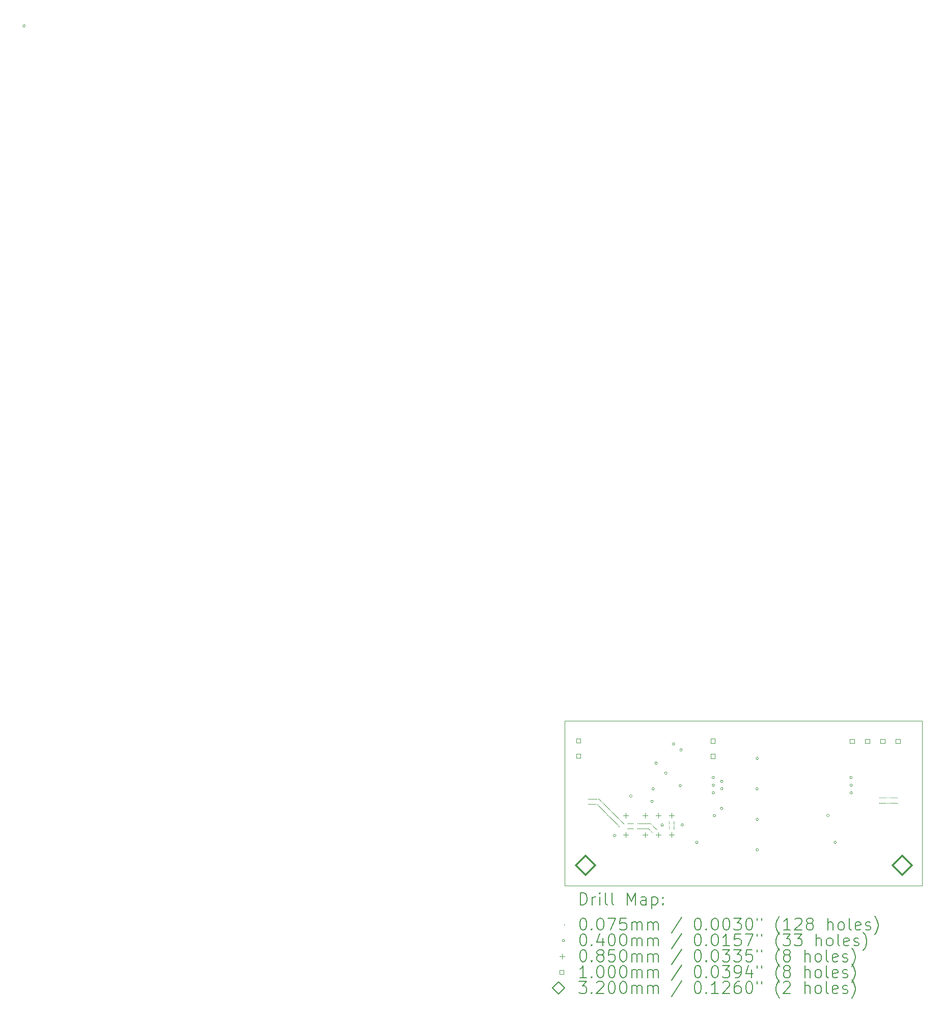
<source format=gbr>
%TF.GenerationSoftware,KiCad,Pcbnew,8.0.5*%
%TF.CreationDate,2025-06-10T11:51:30+02:00*%
%TF.ProjectId,SDR_PreAmp_Filter,5344525f-5072-4654-916d-705f46696c74,rev?*%
%TF.SameCoordinates,Original*%
%TF.FileFunction,Drillmap*%
%TF.FilePolarity,Positive*%
%FSLAX45Y45*%
G04 Gerber Fmt 4.5, Leading zero omitted, Abs format (unit mm)*
G04 Created by KiCad (PCBNEW 8.0.5) date 2025-06-10 11:51:30*
%MOMM*%
%LPD*%
G01*
G04 APERTURE LIST*
%ADD10C,0.100000*%
%ADD11C,0.200000*%
%ADD12C,0.320000*%
G04 APERTURE END LIST*
D10*
X8994140Y-11569700D02*
X14935200Y-11569700D01*
X14935200Y-14311700D01*
X8994140Y-14311700D01*
X8994140Y-11569700D01*
D11*
D10*
X9387272Y-12859990D02*
X9394772Y-12867490D01*
X9394772Y-12859990D02*
X9387272Y-12867490D01*
X9387492Y-12943990D02*
X9394992Y-12951490D01*
X9394992Y-12943990D02*
X9387492Y-12951490D01*
X9413665Y-12859990D02*
X9421165Y-12867490D01*
X9421165Y-12859990D02*
X9413665Y-12867490D01*
X9413912Y-12943990D02*
X9421412Y-12951490D01*
X9421412Y-12943990D02*
X9413912Y-12951490D01*
X9440058Y-12859990D02*
X9447558Y-12867490D01*
X9447558Y-12859990D02*
X9440058Y-12867490D01*
X9440332Y-12943990D02*
X9447832Y-12951490D01*
X9447832Y-12943990D02*
X9440332Y-12951490D01*
X9466451Y-12859990D02*
X9473951Y-12867490D01*
X9473951Y-12859990D02*
X9466451Y-12867490D01*
X9466753Y-12943990D02*
X9474253Y-12951490D01*
X9474253Y-12943990D02*
X9466753Y-12951490D01*
X9492843Y-12859990D02*
X9500343Y-12867490D01*
X9500343Y-12859990D02*
X9492843Y-12867490D01*
X9493173Y-12943990D02*
X9500673Y-12951490D01*
X9500673Y-12943990D02*
X9493173Y-12951490D01*
X9519236Y-12859990D02*
X9526736Y-12867490D01*
X9526736Y-12859990D02*
X9519236Y-12867490D01*
X9519593Y-12943990D02*
X9527093Y-12951490D01*
X9527093Y-12943990D02*
X9519593Y-12951490D01*
X9537325Y-12961722D02*
X9544825Y-12969222D01*
X9544825Y-12961722D02*
X9537325Y-12969222D01*
X9545568Y-12860875D02*
X9553068Y-12868375D01*
X9553068Y-12860875D02*
X9545568Y-12868375D01*
X9545568Y-12860875D02*
X9553068Y-12868375D01*
X9553068Y-12860875D02*
X9545568Y-12868375D01*
X9555057Y-12979454D02*
X9562557Y-12986954D01*
X9562557Y-12979454D02*
X9555057Y-12986954D01*
X9567479Y-12873082D02*
X9574979Y-12880582D01*
X9574979Y-12873082D02*
X9567479Y-12880582D01*
X9572790Y-12997186D02*
X9580290Y-13004686D01*
X9580290Y-12997186D02*
X9572790Y-13004686D01*
X9585487Y-12891090D02*
X9592987Y-12898590D01*
X9592987Y-12891090D02*
X9585487Y-12898590D01*
X9590522Y-13014919D02*
X9598022Y-13022419D01*
X9598022Y-13014919D02*
X9590522Y-13022419D01*
X9603495Y-12909098D02*
X9610995Y-12916598D01*
X9610995Y-12909098D02*
X9603495Y-12916598D01*
X9608254Y-13032651D02*
X9615754Y-13040151D01*
X9615754Y-13032651D02*
X9608254Y-13040151D01*
X9621502Y-12927105D02*
X9629002Y-12934605D01*
X9629002Y-12927105D02*
X9621502Y-12934605D01*
X9625986Y-13050383D02*
X9633486Y-13057883D01*
X9633486Y-13050383D02*
X9625986Y-13057883D01*
X9639510Y-12945113D02*
X9647010Y-12952613D01*
X9647010Y-12945113D02*
X9639510Y-12952613D01*
X9643718Y-13068115D02*
X9651218Y-13075615D01*
X9651218Y-13068115D02*
X9643718Y-13075615D01*
X9657518Y-12963120D02*
X9665018Y-12970620D01*
X9665018Y-12963120D02*
X9657518Y-12970620D01*
X9661451Y-13085847D02*
X9668951Y-13093347D01*
X9668951Y-13085847D02*
X9661451Y-13093347D01*
X9675525Y-12981128D02*
X9683025Y-12988628D01*
X9683025Y-12981128D02*
X9675525Y-12988628D01*
X9679183Y-13103580D02*
X9686683Y-13111080D01*
X9686683Y-13103580D02*
X9679183Y-13111080D01*
X9693533Y-12999136D02*
X9701033Y-13006636D01*
X9701033Y-12999136D02*
X9693533Y-13006636D01*
X9696915Y-13121312D02*
X9704415Y-13128812D01*
X9704415Y-13121312D02*
X9696915Y-13128812D01*
X9711540Y-13017143D02*
X9719040Y-13024643D01*
X9719040Y-13017143D02*
X9711540Y-13024643D01*
X9714647Y-13139044D02*
X9722147Y-13146544D01*
X9722147Y-13139044D02*
X9714647Y-13146544D01*
X9729548Y-13035151D02*
X9737048Y-13042651D01*
X9737048Y-13035151D02*
X9729548Y-13042651D01*
X9732379Y-13156776D02*
X9739879Y-13164276D01*
X9739879Y-13156776D02*
X9732379Y-13164276D01*
X9747556Y-13053159D02*
X9755056Y-13060659D01*
X9755056Y-13053159D02*
X9747556Y-13060659D01*
X9750112Y-13174508D02*
X9757612Y-13182008D01*
X9757612Y-13174508D02*
X9750112Y-13182008D01*
X9765563Y-13071166D02*
X9773063Y-13078666D01*
X9773063Y-13071166D02*
X9765563Y-13078666D01*
X9767844Y-13192241D02*
X9775344Y-13199741D01*
X9775344Y-13192241D02*
X9767844Y-13199741D01*
X9783571Y-13089174D02*
X9791071Y-13096674D01*
X9791071Y-13089174D02*
X9783571Y-13096674D01*
X9785576Y-13209973D02*
X9793076Y-13217473D01*
X9793076Y-13209973D02*
X9785576Y-13217473D01*
X9801578Y-13107181D02*
X9809078Y-13114681D01*
X9809078Y-13107181D02*
X9801578Y-13114681D01*
X9803308Y-13227705D02*
X9810808Y-13235205D01*
X9810808Y-13227705D02*
X9803308Y-13235205D01*
X9819586Y-13125189D02*
X9827086Y-13132689D01*
X9827086Y-13125189D02*
X9819586Y-13132689D01*
X9821040Y-13245437D02*
X9828540Y-13252937D01*
X9828540Y-13245437D02*
X9821040Y-13252937D01*
X9837594Y-13143197D02*
X9845094Y-13150697D01*
X9845094Y-13143197D02*
X9837594Y-13150697D01*
X9838773Y-13263169D02*
X9846273Y-13270669D01*
X9846273Y-13263169D02*
X9838773Y-13270669D01*
X9855601Y-13161204D02*
X9863101Y-13168704D01*
X9863101Y-13161204D02*
X9855601Y-13168704D01*
X9856505Y-13280902D02*
X9864005Y-13288402D01*
X9864005Y-13280902D02*
X9856505Y-13288402D01*
X9873609Y-13179212D02*
X9881109Y-13186712D01*
X9881109Y-13179212D02*
X9873609Y-13186712D01*
X9874237Y-13298634D02*
X9881737Y-13306134D01*
X9881737Y-13298634D02*
X9874237Y-13306134D01*
X9891617Y-13197219D02*
X9899117Y-13204719D01*
X9899117Y-13197219D02*
X9891617Y-13204719D01*
X9891969Y-13316366D02*
X9899469Y-13323866D01*
X9899469Y-13316366D02*
X9891969Y-13323866D01*
X9909624Y-13215227D02*
X9917124Y-13222727D01*
X9917124Y-13215227D02*
X9909624Y-13222727D01*
X9927632Y-13233235D02*
X9935132Y-13240735D01*
X9935132Y-13233235D02*
X9927632Y-13240735D01*
X9945639Y-13251242D02*
X9953139Y-13258742D01*
X9953139Y-13251242D02*
X9945639Y-13258742D01*
X9963647Y-13269250D02*
X9971147Y-13276750D01*
X9971147Y-13269250D02*
X9963647Y-13276750D01*
X10038750Y-13353250D02*
X10046250Y-13360750D01*
X10046250Y-13353250D02*
X10038750Y-13360750D01*
X10043750Y-13269250D02*
X10051250Y-13276750D01*
X10051250Y-13269250D02*
X10043750Y-13276750D01*
X10064340Y-13353250D02*
X10071840Y-13360750D01*
X10071840Y-13353250D02*
X10064340Y-13360750D01*
X10067610Y-13269250D02*
X10075110Y-13276750D01*
X10075110Y-13269250D02*
X10067610Y-13276750D01*
X10089931Y-13353250D02*
X10097431Y-13360750D01*
X10097431Y-13353250D02*
X10089931Y-13360750D01*
X10093600Y-13269250D02*
X10101100Y-13276750D01*
X10101100Y-13269250D02*
X10093600Y-13276750D01*
X10115521Y-13353250D02*
X10123021Y-13360750D01*
X10123021Y-13353250D02*
X10115521Y-13360750D01*
X10116250Y-13269250D02*
X10123750Y-13276750D01*
X10123750Y-13269250D02*
X10116250Y-13276750D01*
X10197563Y-13269250D02*
X10205063Y-13276750D01*
X10205063Y-13269250D02*
X10197563Y-13276750D01*
X10200321Y-13353250D02*
X10207821Y-13360750D01*
X10207821Y-13353250D02*
X10200321Y-13360750D01*
X10223554Y-13269250D02*
X10231054Y-13276750D01*
X10231054Y-13269250D02*
X10223554Y-13276750D01*
X10225911Y-13353250D02*
X10233411Y-13360750D01*
X10233411Y-13353250D02*
X10225911Y-13360750D01*
X10249545Y-13269250D02*
X10257045Y-13276750D01*
X10257045Y-13269250D02*
X10249545Y-13276750D01*
X10251501Y-13353250D02*
X10259001Y-13360750D01*
X10259001Y-13353250D02*
X10251501Y-13360750D01*
X10275535Y-13269250D02*
X10283035Y-13276750D01*
X10283035Y-13269250D02*
X10275535Y-13276750D01*
X10277092Y-13353250D02*
X10284592Y-13360750D01*
X10284592Y-13353250D02*
X10277092Y-13360750D01*
X10301526Y-13269250D02*
X10309026Y-13276750D01*
X10309026Y-13269250D02*
X10301526Y-13276750D01*
X10302682Y-13353250D02*
X10310182Y-13360750D01*
X10310182Y-13353250D02*
X10302682Y-13360750D01*
X10327517Y-13269250D02*
X10335017Y-13276750D01*
X10335017Y-13269250D02*
X10327517Y-13276750D01*
X10328272Y-13353250D02*
X10335772Y-13360750D01*
X10335772Y-13353250D02*
X10328272Y-13360750D01*
X10353507Y-13269250D02*
X10361007Y-13276750D01*
X10361007Y-13269250D02*
X10353507Y-13276750D01*
X10353863Y-13353250D02*
X10361363Y-13360750D01*
X10361363Y-13353250D02*
X10353863Y-13360750D01*
X10379453Y-13353250D02*
X10386953Y-13360750D01*
X10386953Y-13353250D02*
X10379453Y-13360750D01*
X10379498Y-13269250D02*
X10386998Y-13276750D01*
X10386998Y-13269250D02*
X10379498Y-13276750D01*
X10398696Y-13372493D02*
X10406196Y-13379993D01*
X10406196Y-13372493D02*
X10398696Y-13379993D01*
X10405428Y-13270135D02*
X10412928Y-13277635D01*
X10412928Y-13270135D02*
X10405428Y-13277635D01*
X10405428Y-13270135D02*
X10412928Y-13277635D01*
X10412928Y-13270135D02*
X10405428Y-13277635D01*
X10417938Y-13391735D02*
X10425438Y-13399235D01*
X10425438Y-13391735D02*
X10417938Y-13399235D01*
X10426250Y-13281250D02*
X10433750Y-13288750D01*
X10433750Y-13281250D02*
X10426250Y-13288750D01*
X10433750Y-13408750D02*
X10441250Y-13416250D01*
X10441250Y-13408750D02*
X10433750Y-13416250D01*
X10443324Y-13298327D02*
X10450824Y-13305827D01*
X10450824Y-13298327D02*
X10443324Y-13305827D01*
X10451364Y-13425158D02*
X10458864Y-13432658D01*
X10458864Y-13425158D02*
X10451364Y-13432658D01*
X10461571Y-13316574D02*
X10469071Y-13324074D01*
X10469071Y-13316574D02*
X10461571Y-13324074D01*
X10479817Y-13334820D02*
X10487317Y-13342320D01*
X10487317Y-13334820D02*
X10479817Y-13342320D01*
X10494632Y-13350838D02*
X10502132Y-13358338D01*
X10502132Y-13350838D02*
X10494632Y-13358338D01*
X10511250Y-13366250D02*
X10518750Y-13373750D01*
X10518750Y-13366250D02*
X10511250Y-13373750D01*
X10721850Y-13244917D02*
X10729350Y-13252417D01*
X10729350Y-13244917D02*
X10721850Y-13252417D01*
X10721850Y-13271583D02*
X10729350Y-13279083D01*
X10729350Y-13271583D02*
X10721850Y-13279083D01*
X10721850Y-13298250D02*
X10729350Y-13305750D01*
X10729350Y-13298250D02*
X10721850Y-13305750D01*
X10721850Y-13324917D02*
X10729350Y-13332417D01*
X10729350Y-13324917D02*
X10721850Y-13332417D01*
X10721850Y-13351583D02*
X10729350Y-13359083D01*
X10729350Y-13351583D02*
X10721850Y-13359083D01*
X10805850Y-13244917D02*
X10813350Y-13252417D01*
X10813350Y-13244917D02*
X10805850Y-13252417D01*
X10805850Y-13271583D02*
X10813350Y-13279083D01*
X10813350Y-13271583D02*
X10805850Y-13279083D01*
X10805850Y-13298250D02*
X10813350Y-13305750D01*
X10813350Y-13298250D02*
X10805850Y-13305750D01*
X10805850Y-13324917D02*
X10813350Y-13332417D01*
X10813350Y-13324917D02*
X10805850Y-13332417D01*
X10805850Y-13351583D02*
X10813350Y-13359083D01*
X10813350Y-13351583D02*
X10805850Y-13359083D01*
X14224712Y-12841750D02*
X14232212Y-12849250D01*
X14232212Y-12841750D02*
X14224712Y-12849250D01*
X14224712Y-12931750D02*
X14232212Y-12939250D01*
X14232212Y-12931750D02*
X14224712Y-12939250D01*
X14250630Y-12841750D02*
X14258130Y-12849250D01*
X14258130Y-12841750D02*
X14250630Y-12849250D01*
X14250630Y-12931750D02*
X14258130Y-12939250D01*
X14258130Y-12931750D02*
X14250630Y-12939250D01*
X14276548Y-12841750D02*
X14284048Y-12849250D01*
X14284048Y-12841750D02*
X14276548Y-12849250D01*
X14276548Y-12931750D02*
X14284048Y-12939250D01*
X14284048Y-12931750D02*
X14276548Y-12939250D01*
X14302466Y-12841750D02*
X14309966Y-12849250D01*
X14309966Y-12841750D02*
X14302466Y-12849250D01*
X14302466Y-12931750D02*
X14309966Y-12939250D01*
X14309966Y-12931750D02*
X14302466Y-12939250D01*
X14328384Y-12841750D02*
X14335884Y-12849250D01*
X14335884Y-12841750D02*
X14328384Y-12849250D01*
X14328384Y-12931750D02*
X14335884Y-12939250D01*
X14335884Y-12931750D02*
X14328384Y-12939250D01*
X14354302Y-12841750D02*
X14361802Y-12849250D01*
X14361802Y-12841750D02*
X14354302Y-12849250D01*
X14354302Y-12931750D02*
X14361802Y-12939250D01*
X14361802Y-12931750D02*
X14354302Y-12939250D01*
X14380220Y-12841750D02*
X14387720Y-12849250D01*
X14387720Y-12841750D02*
X14380220Y-12849250D01*
X14380220Y-12931750D02*
X14387720Y-12939250D01*
X14387720Y-12931750D02*
X14380220Y-12939250D01*
X14406138Y-12841750D02*
X14413638Y-12849250D01*
X14413638Y-12841750D02*
X14406138Y-12849250D01*
X14406138Y-12931750D02*
X14413638Y-12939250D01*
X14413638Y-12931750D02*
X14406138Y-12939250D01*
X14432056Y-12841750D02*
X14439556Y-12849250D01*
X14439556Y-12841750D02*
X14432056Y-12849250D01*
X14432056Y-12931750D02*
X14439556Y-12939250D01*
X14439556Y-12931750D02*
X14432056Y-12939250D01*
X14457974Y-12841750D02*
X14465474Y-12849250D01*
X14465474Y-12841750D02*
X14457974Y-12849250D01*
X14457974Y-12931750D02*
X14465474Y-12939250D01*
X14465474Y-12931750D02*
X14457974Y-12939250D01*
X14483892Y-12841750D02*
X14491392Y-12849250D01*
X14491392Y-12841750D02*
X14483892Y-12849250D01*
X14483892Y-12931750D02*
X14491392Y-12939250D01*
X14491392Y-12931750D02*
X14483892Y-12939250D01*
X14509810Y-12841750D02*
X14517310Y-12849250D01*
X14517310Y-12841750D02*
X14509810Y-12849250D01*
X14509810Y-12931750D02*
X14517310Y-12939250D01*
X14517310Y-12931750D02*
X14509810Y-12939250D01*
X20000Y0D02*
G75*
G02*
X-20000Y0I-20000J0D01*
G01*
X-20000Y0D02*
G75*
G02*
X20000Y0I20000J0D01*
G01*
X20000Y0D02*
G75*
G02*
X-20000Y0I-20000J0D01*
G01*
X-20000Y0D02*
G75*
G02*
X20000Y0I20000J0D01*
G01*
X20000Y0D02*
G75*
G02*
X-20000Y0I-20000J0D01*
G01*
X-20000Y0D02*
G75*
G02*
X20000Y0I20000J0D01*
G01*
X20000Y0D02*
G75*
G02*
X-20000Y0I-20000J0D01*
G01*
X-20000Y0D02*
G75*
G02*
X20000Y0I20000J0D01*
G01*
X20000Y0D02*
G75*
G02*
X-20000Y0I-20000J0D01*
G01*
X-20000Y0D02*
G75*
G02*
X20000Y0I20000J0D01*
G01*
X9842500Y-13475000D02*
G75*
G02*
X9802500Y-13475000I-20000J0D01*
G01*
X9802500Y-13475000D02*
G75*
G02*
X9842500Y-13475000I20000J0D01*
G01*
X10110000Y-12820000D02*
G75*
G02*
X10070000Y-12820000I-20000J0D01*
G01*
X10070000Y-12820000D02*
G75*
G02*
X10110000Y-12820000I20000J0D01*
G01*
X10462500Y-12907500D02*
G75*
G02*
X10422500Y-12907500I-20000J0D01*
G01*
X10422500Y-12907500D02*
G75*
G02*
X10462500Y-12907500I20000J0D01*
G01*
X10482260Y-12700000D02*
G75*
G02*
X10442260Y-12700000I-20000J0D01*
G01*
X10442260Y-12700000D02*
G75*
G02*
X10482260Y-12700000I20000J0D01*
G01*
X10530000Y-12270000D02*
G75*
G02*
X10490000Y-12270000I-20000J0D01*
G01*
X10490000Y-12270000D02*
G75*
G02*
X10530000Y-12270000I20000J0D01*
G01*
X10632500Y-13300000D02*
G75*
G02*
X10592500Y-13300000I-20000J0D01*
G01*
X10592500Y-13300000D02*
G75*
G02*
X10632500Y-13300000I20000J0D01*
G01*
X10693080Y-12438380D02*
G75*
G02*
X10653080Y-12438380I-20000J0D01*
G01*
X10653080Y-12438380D02*
G75*
G02*
X10693080Y-12438380I20000J0D01*
G01*
X10820080Y-11953240D02*
G75*
G02*
X10780080Y-11953240I-20000J0D01*
G01*
X10780080Y-11953240D02*
G75*
G02*
X10820080Y-11953240I20000J0D01*
G01*
X10932500Y-12645000D02*
G75*
G02*
X10892500Y-12645000I-20000J0D01*
G01*
X10892500Y-12645000D02*
G75*
G02*
X10932500Y-12645000I20000J0D01*
G01*
X10947080Y-12050000D02*
G75*
G02*
X10907080Y-12050000I-20000J0D01*
G01*
X10907080Y-12050000D02*
G75*
G02*
X10947080Y-12050000I20000J0D01*
G01*
X10965000Y-13300000D02*
G75*
G02*
X10925000Y-13300000I-20000J0D01*
G01*
X10925000Y-13300000D02*
G75*
G02*
X10965000Y-13300000I20000J0D01*
G01*
X11206160Y-13589000D02*
G75*
G02*
X11166160Y-13589000I-20000J0D01*
G01*
X11166160Y-13589000D02*
G75*
G02*
X11206160Y-13589000I20000J0D01*
G01*
X11480480Y-12509500D02*
G75*
G02*
X11440480Y-12509500I-20000J0D01*
G01*
X11440480Y-12509500D02*
G75*
G02*
X11480480Y-12509500I20000J0D01*
G01*
X11483020Y-12636500D02*
G75*
G02*
X11443020Y-12636500I-20000J0D01*
G01*
X11443020Y-12636500D02*
G75*
G02*
X11483020Y-12636500I20000J0D01*
G01*
X11483020Y-12763500D02*
G75*
G02*
X11443020Y-12763500I-20000J0D01*
G01*
X11443020Y-12763500D02*
G75*
G02*
X11483020Y-12763500I20000J0D01*
G01*
X11500800Y-13144500D02*
G75*
G02*
X11460800Y-13144500I-20000J0D01*
G01*
X11460800Y-13144500D02*
G75*
G02*
X11500800Y-13144500I20000J0D01*
G01*
X11620000Y-13025000D02*
G75*
G02*
X11580000Y-13025000I-20000J0D01*
G01*
X11580000Y-13025000D02*
G75*
G02*
X11620000Y-13025000I20000J0D01*
G01*
X11622500Y-12575000D02*
G75*
G02*
X11582500Y-12575000I-20000J0D01*
G01*
X11582500Y-12575000D02*
G75*
G02*
X11622500Y-12575000I20000J0D01*
G01*
X11622720Y-12697460D02*
G75*
G02*
X11582720Y-12697460I-20000J0D01*
G01*
X11582720Y-12697460D02*
G75*
G02*
X11622720Y-12697460I20000J0D01*
G01*
X12209460Y-12700000D02*
G75*
G02*
X12169460Y-12700000I-20000J0D01*
G01*
X12169460Y-12700000D02*
G75*
G02*
X12209460Y-12700000I20000J0D01*
G01*
X12212000Y-12192000D02*
G75*
G02*
X12172000Y-12192000I-20000J0D01*
G01*
X12172000Y-12192000D02*
G75*
G02*
X12212000Y-12192000I20000J0D01*
G01*
X12212000Y-13208000D02*
G75*
G02*
X12172000Y-13208000I-20000J0D01*
G01*
X12172000Y-13208000D02*
G75*
G02*
X12212000Y-13208000I20000J0D01*
G01*
X12212000Y-13713460D02*
G75*
G02*
X12172000Y-13713460I-20000J0D01*
G01*
X12172000Y-13713460D02*
G75*
G02*
X12212000Y-13713460I20000J0D01*
G01*
X13388020Y-13141960D02*
G75*
G02*
X13348020Y-13141960I-20000J0D01*
G01*
X13348020Y-13141960D02*
G75*
G02*
X13388020Y-13141960I20000J0D01*
G01*
X13507400Y-13589000D02*
G75*
G02*
X13467400Y-13589000I-20000J0D01*
G01*
X13467400Y-13589000D02*
G75*
G02*
X13507400Y-13589000I20000J0D01*
G01*
X13771560Y-12509500D02*
G75*
G02*
X13731560Y-12509500I-20000J0D01*
G01*
X13731560Y-12509500D02*
G75*
G02*
X13771560Y-12509500I20000J0D01*
G01*
X13774100Y-12636500D02*
G75*
G02*
X13734100Y-12636500I-20000J0D01*
G01*
X13734100Y-12636500D02*
G75*
G02*
X13774100Y-12636500I20000J0D01*
G01*
X13774100Y-12763500D02*
G75*
G02*
X13734100Y-12763500I-20000J0D01*
G01*
X13734100Y-12763500D02*
G75*
G02*
X13774100Y-12763500I20000J0D01*
G01*
X10007600Y-13099500D02*
X10007600Y-13184500D01*
X9965100Y-13142000D02*
X10050100Y-13142000D01*
X10007600Y-13419500D02*
X10007600Y-13504500D01*
X9965100Y-13462000D02*
X10050100Y-13462000D01*
X10327600Y-13099500D02*
X10327600Y-13184500D01*
X10285100Y-13142000D02*
X10370100Y-13142000D01*
X10327600Y-13419500D02*
X10327600Y-13504500D01*
X10285100Y-13462000D02*
X10370100Y-13462000D01*
X10547600Y-13099500D02*
X10547600Y-13184500D01*
X10505100Y-13142000D02*
X10590100Y-13142000D01*
X10547600Y-13419500D02*
X10547600Y-13504500D01*
X10505100Y-13462000D02*
X10590100Y-13462000D01*
X10767600Y-13099500D02*
X10767600Y-13184500D01*
X10725100Y-13142000D02*
X10810100Y-13142000D01*
X10767600Y-13419500D02*
X10767600Y-13504500D01*
X10725100Y-13462000D02*
X10810100Y-13462000D01*
X9252856Y-11932856D02*
X9252856Y-11862144D01*
X9182144Y-11862144D01*
X9182144Y-11932856D01*
X9252856Y-11932856D01*
X9252856Y-12186856D02*
X9252856Y-12116144D01*
X9182144Y-12116144D01*
X9182144Y-12186856D01*
X9252856Y-12186856D01*
X11487956Y-11937796D02*
X11487956Y-11867084D01*
X11417244Y-11867084D01*
X11417244Y-11937796D01*
X11487956Y-11937796D01*
X11487956Y-12191796D02*
X11487956Y-12121084D01*
X11417244Y-12121084D01*
X11417244Y-12191796D01*
X11487956Y-12191796D01*
X13806356Y-11942856D02*
X13806356Y-11872144D01*
X13735644Y-11872144D01*
X13735644Y-11942856D01*
X13806356Y-11942856D01*
X14060356Y-11942856D02*
X14060356Y-11872144D01*
X13989644Y-11872144D01*
X13989644Y-11942856D01*
X14060356Y-11942856D01*
X14314356Y-11942856D02*
X14314356Y-11872144D01*
X14243644Y-11872144D01*
X14243644Y-11942856D01*
X14314356Y-11942856D01*
X14568356Y-11942856D02*
X14568356Y-11872144D01*
X14497644Y-11872144D01*
X14497644Y-11942856D01*
X14568356Y-11942856D01*
D12*
X9334500Y-14130000D02*
X9494500Y-13970000D01*
X9334500Y-13810000D01*
X9174500Y-13970000D01*
X9334500Y-14130000D01*
X14605000Y-14130000D02*
X14765000Y-13970000D01*
X14605000Y-13810000D01*
X14445000Y-13970000D01*
X14605000Y-14130000D01*
D11*
X9249917Y-14628184D02*
X9249917Y-14428184D01*
X9249917Y-14428184D02*
X9297536Y-14428184D01*
X9297536Y-14428184D02*
X9326107Y-14437708D01*
X9326107Y-14437708D02*
X9345155Y-14456755D01*
X9345155Y-14456755D02*
X9354679Y-14475803D01*
X9354679Y-14475803D02*
X9364203Y-14513898D01*
X9364203Y-14513898D02*
X9364203Y-14542469D01*
X9364203Y-14542469D02*
X9354679Y-14580565D01*
X9354679Y-14580565D02*
X9345155Y-14599612D01*
X9345155Y-14599612D02*
X9326107Y-14618660D01*
X9326107Y-14618660D02*
X9297536Y-14628184D01*
X9297536Y-14628184D02*
X9249917Y-14628184D01*
X9449917Y-14628184D02*
X9449917Y-14494850D01*
X9449917Y-14532946D02*
X9459441Y-14513898D01*
X9459441Y-14513898D02*
X9468964Y-14504374D01*
X9468964Y-14504374D02*
X9488012Y-14494850D01*
X9488012Y-14494850D02*
X9507060Y-14494850D01*
X9573726Y-14628184D02*
X9573726Y-14494850D01*
X9573726Y-14428184D02*
X9564203Y-14437708D01*
X9564203Y-14437708D02*
X9573726Y-14447231D01*
X9573726Y-14447231D02*
X9583250Y-14437708D01*
X9583250Y-14437708D02*
X9573726Y-14428184D01*
X9573726Y-14428184D02*
X9573726Y-14447231D01*
X9697536Y-14628184D02*
X9678488Y-14618660D01*
X9678488Y-14618660D02*
X9668964Y-14599612D01*
X9668964Y-14599612D02*
X9668964Y-14428184D01*
X9802298Y-14628184D02*
X9783250Y-14618660D01*
X9783250Y-14618660D02*
X9773726Y-14599612D01*
X9773726Y-14599612D02*
X9773726Y-14428184D01*
X10030869Y-14628184D02*
X10030869Y-14428184D01*
X10030869Y-14428184D02*
X10097536Y-14571041D01*
X10097536Y-14571041D02*
X10164203Y-14428184D01*
X10164203Y-14428184D02*
X10164203Y-14628184D01*
X10345155Y-14628184D02*
X10345155Y-14523422D01*
X10345155Y-14523422D02*
X10335631Y-14504374D01*
X10335631Y-14504374D02*
X10316584Y-14494850D01*
X10316584Y-14494850D02*
X10278488Y-14494850D01*
X10278488Y-14494850D02*
X10259441Y-14504374D01*
X10345155Y-14618660D02*
X10326107Y-14628184D01*
X10326107Y-14628184D02*
X10278488Y-14628184D01*
X10278488Y-14628184D02*
X10259441Y-14618660D01*
X10259441Y-14618660D02*
X10249917Y-14599612D01*
X10249917Y-14599612D02*
X10249917Y-14580565D01*
X10249917Y-14580565D02*
X10259441Y-14561517D01*
X10259441Y-14561517D02*
X10278488Y-14551993D01*
X10278488Y-14551993D02*
X10326107Y-14551993D01*
X10326107Y-14551993D02*
X10345155Y-14542469D01*
X10440393Y-14494850D02*
X10440393Y-14694850D01*
X10440393Y-14504374D02*
X10459441Y-14494850D01*
X10459441Y-14494850D02*
X10497536Y-14494850D01*
X10497536Y-14494850D02*
X10516584Y-14504374D01*
X10516584Y-14504374D02*
X10526107Y-14513898D01*
X10526107Y-14513898D02*
X10535631Y-14532946D01*
X10535631Y-14532946D02*
X10535631Y-14590088D01*
X10535631Y-14590088D02*
X10526107Y-14609136D01*
X10526107Y-14609136D02*
X10516584Y-14618660D01*
X10516584Y-14618660D02*
X10497536Y-14628184D01*
X10497536Y-14628184D02*
X10459441Y-14628184D01*
X10459441Y-14628184D02*
X10440393Y-14618660D01*
X10621345Y-14609136D02*
X10630869Y-14618660D01*
X10630869Y-14618660D02*
X10621345Y-14628184D01*
X10621345Y-14628184D02*
X10611822Y-14618660D01*
X10611822Y-14618660D02*
X10621345Y-14609136D01*
X10621345Y-14609136D02*
X10621345Y-14628184D01*
X10621345Y-14504374D02*
X10630869Y-14513898D01*
X10630869Y-14513898D02*
X10621345Y-14523422D01*
X10621345Y-14523422D02*
X10611822Y-14513898D01*
X10611822Y-14513898D02*
X10621345Y-14504374D01*
X10621345Y-14504374D02*
X10621345Y-14523422D01*
D10*
X8981640Y-14952950D02*
X8989140Y-14960450D01*
X8989140Y-14952950D02*
X8981640Y-14960450D01*
D11*
X9288012Y-14848184D02*
X9307060Y-14848184D01*
X9307060Y-14848184D02*
X9326107Y-14857708D01*
X9326107Y-14857708D02*
X9335631Y-14867231D01*
X9335631Y-14867231D02*
X9345155Y-14886279D01*
X9345155Y-14886279D02*
X9354679Y-14924374D01*
X9354679Y-14924374D02*
X9354679Y-14971993D01*
X9354679Y-14971993D02*
X9345155Y-15010088D01*
X9345155Y-15010088D02*
X9335631Y-15029136D01*
X9335631Y-15029136D02*
X9326107Y-15038660D01*
X9326107Y-15038660D02*
X9307060Y-15048184D01*
X9307060Y-15048184D02*
X9288012Y-15048184D01*
X9288012Y-15048184D02*
X9268964Y-15038660D01*
X9268964Y-15038660D02*
X9259441Y-15029136D01*
X9259441Y-15029136D02*
X9249917Y-15010088D01*
X9249917Y-15010088D02*
X9240393Y-14971993D01*
X9240393Y-14971993D02*
X9240393Y-14924374D01*
X9240393Y-14924374D02*
X9249917Y-14886279D01*
X9249917Y-14886279D02*
X9259441Y-14867231D01*
X9259441Y-14867231D02*
X9268964Y-14857708D01*
X9268964Y-14857708D02*
X9288012Y-14848184D01*
X9440393Y-15029136D02*
X9449917Y-15038660D01*
X9449917Y-15038660D02*
X9440393Y-15048184D01*
X9440393Y-15048184D02*
X9430869Y-15038660D01*
X9430869Y-15038660D02*
X9440393Y-15029136D01*
X9440393Y-15029136D02*
X9440393Y-15048184D01*
X9573726Y-14848184D02*
X9592774Y-14848184D01*
X9592774Y-14848184D02*
X9611822Y-14857708D01*
X9611822Y-14857708D02*
X9621345Y-14867231D01*
X9621345Y-14867231D02*
X9630869Y-14886279D01*
X9630869Y-14886279D02*
X9640393Y-14924374D01*
X9640393Y-14924374D02*
X9640393Y-14971993D01*
X9640393Y-14971993D02*
X9630869Y-15010088D01*
X9630869Y-15010088D02*
X9621345Y-15029136D01*
X9621345Y-15029136D02*
X9611822Y-15038660D01*
X9611822Y-15038660D02*
X9592774Y-15048184D01*
X9592774Y-15048184D02*
X9573726Y-15048184D01*
X9573726Y-15048184D02*
X9554679Y-15038660D01*
X9554679Y-15038660D02*
X9545155Y-15029136D01*
X9545155Y-15029136D02*
X9535631Y-15010088D01*
X9535631Y-15010088D02*
X9526107Y-14971993D01*
X9526107Y-14971993D02*
X9526107Y-14924374D01*
X9526107Y-14924374D02*
X9535631Y-14886279D01*
X9535631Y-14886279D02*
X9545155Y-14867231D01*
X9545155Y-14867231D02*
X9554679Y-14857708D01*
X9554679Y-14857708D02*
X9573726Y-14848184D01*
X9707060Y-14848184D02*
X9840393Y-14848184D01*
X9840393Y-14848184D02*
X9754679Y-15048184D01*
X10011822Y-14848184D02*
X9916584Y-14848184D01*
X9916584Y-14848184D02*
X9907060Y-14943422D01*
X9907060Y-14943422D02*
X9916584Y-14933898D01*
X9916584Y-14933898D02*
X9935631Y-14924374D01*
X9935631Y-14924374D02*
X9983250Y-14924374D01*
X9983250Y-14924374D02*
X10002298Y-14933898D01*
X10002298Y-14933898D02*
X10011822Y-14943422D01*
X10011822Y-14943422D02*
X10021345Y-14962469D01*
X10021345Y-14962469D02*
X10021345Y-15010088D01*
X10021345Y-15010088D02*
X10011822Y-15029136D01*
X10011822Y-15029136D02*
X10002298Y-15038660D01*
X10002298Y-15038660D02*
X9983250Y-15048184D01*
X9983250Y-15048184D02*
X9935631Y-15048184D01*
X9935631Y-15048184D02*
X9916584Y-15038660D01*
X9916584Y-15038660D02*
X9907060Y-15029136D01*
X10107060Y-15048184D02*
X10107060Y-14914850D01*
X10107060Y-14933898D02*
X10116584Y-14924374D01*
X10116584Y-14924374D02*
X10135631Y-14914850D01*
X10135631Y-14914850D02*
X10164203Y-14914850D01*
X10164203Y-14914850D02*
X10183250Y-14924374D01*
X10183250Y-14924374D02*
X10192774Y-14943422D01*
X10192774Y-14943422D02*
X10192774Y-15048184D01*
X10192774Y-14943422D02*
X10202298Y-14924374D01*
X10202298Y-14924374D02*
X10221345Y-14914850D01*
X10221345Y-14914850D02*
X10249917Y-14914850D01*
X10249917Y-14914850D02*
X10268965Y-14924374D01*
X10268965Y-14924374D02*
X10278488Y-14943422D01*
X10278488Y-14943422D02*
X10278488Y-15048184D01*
X10373726Y-15048184D02*
X10373726Y-14914850D01*
X10373726Y-14933898D02*
X10383250Y-14924374D01*
X10383250Y-14924374D02*
X10402298Y-14914850D01*
X10402298Y-14914850D02*
X10430869Y-14914850D01*
X10430869Y-14914850D02*
X10449917Y-14924374D01*
X10449917Y-14924374D02*
X10459441Y-14943422D01*
X10459441Y-14943422D02*
X10459441Y-15048184D01*
X10459441Y-14943422D02*
X10468965Y-14924374D01*
X10468965Y-14924374D02*
X10488012Y-14914850D01*
X10488012Y-14914850D02*
X10516584Y-14914850D01*
X10516584Y-14914850D02*
X10535631Y-14924374D01*
X10535631Y-14924374D02*
X10545155Y-14943422D01*
X10545155Y-14943422D02*
X10545155Y-15048184D01*
X10935631Y-14838660D02*
X10764203Y-15095803D01*
X11192774Y-14848184D02*
X11211822Y-14848184D01*
X11211822Y-14848184D02*
X11230869Y-14857708D01*
X11230869Y-14857708D02*
X11240393Y-14867231D01*
X11240393Y-14867231D02*
X11249917Y-14886279D01*
X11249917Y-14886279D02*
X11259441Y-14924374D01*
X11259441Y-14924374D02*
X11259441Y-14971993D01*
X11259441Y-14971993D02*
X11249917Y-15010088D01*
X11249917Y-15010088D02*
X11240393Y-15029136D01*
X11240393Y-15029136D02*
X11230869Y-15038660D01*
X11230869Y-15038660D02*
X11211822Y-15048184D01*
X11211822Y-15048184D02*
X11192774Y-15048184D01*
X11192774Y-15048184D02*
X11173727Y-15038660D01*
X11173727Y-15038660D02*
X11164203Y-15029136D01*
X11164203Y-15029136D02*
X11154679Y-15010088D01*
X11154679Y-15010088D02*
X11145155Y-14971993D01*
X11145155Y-14971993D02*
X11145155Y-14924374D01*
X11145155Y-14924374D02*
X11154679Y-14886279D01*
X11154679Y-14886279D02*
X11164203Y-14867231D01*
X11164203Y-14867231D02*
X11173727Y-14857708D01*
X11173727Y-14857708D02*
X11192774Y-14848184D01*
X11345155Y-15029136D02*
X11354679Y-15038660D01*
X11354679Y-15038660D02*
X11345155Y-15048184D01*
X11345155Y-15048184D02*
X11335631Y-15038660D01*
X11335631Y-15038660D02*
X11345155Y-15029136D01*
X11345155Y-15029136D02*
X11345155Y-15048184D01*
X11478488Y-14848184D02*
X11497536Y-14848184D01*
X11497536Y-14848184D02*
X11516584Y-14857708D01*
X11516584Y-14857708D02*
X11526107Y-14867231D01*
X11526107Y-14867231D02*
X11535631Y-14886279D01*
X11535631Y-14886279D02*
X11545155Y-14924374D01*
X11545155Y-14924374D02*
X11545155Y-14971993D01*
X11545155Y-14971993D02*
X11535631Y-15010088D01*
X11535631Y-15010088D02*
X11526107Y-15029136D01*
X11526107Y-15029136D02*
X11516584Y-15038660D01*
X11516584Y-15038660D02*
X11497536Y-15048184D01*
X11497536Y-15048184D02*
X11478488Y-15048184D01*
X11478488Y-15048184D02*
X11459441Y-15038660D01*
X11459441Y-15038660D02*
X11449917Y-15029136D01*
X11449917Y-15029136D02*
X11440393Y-15010088D01*
X11440393Y-15010088D02*
X11430869Y-14971993D01*
X11430869Y-14971993D02*
X11430869Y-14924374D01*
X11430869Y-14924374D02*
X11440393Y-14886279D01*
X11440393Y-14886279D02*
X11449917Y-14867231D01*
X11449917Y-14867231D02*
X11459441Y-14857708D01*
X11459441Y-14857708D02*
X11478488Y-14848184D01*
X11668965Y-14848184D02*
X11688012Y-14848184D01*
X11688012Y-14848184D02*
X11707060Y-14857708D01*
X11707060Y-14857708D02*
X11716584Y-14867231D01*
X11716584Y-14867231D02*
X11726107Y-14886279D01*
X11726107Y-14886279D02*
X11735631Y-14924374D01*
X11735631Y-14924374D02*
X11735631Y-14971993D01*
X11735631Y-14971993D02*
X11726107Y-15010088D01*
X11726107Y-15010088D02*
X11716584Y-15029136D01*
X11716584Y-15029136D02*
X11707060Y-15038660D01*
X11707060Y-15038660D02*
X11688012Y-15048184D01*
X11688012Y-15048184D02*
X11668965Y-15048184D01*
X11668965Y-15048184D02*
X11649917Y-15038660D01*
X11649917Y-15038660D02*
X11640393Y-15029136D01*
X11640393Y-15029136D02*
X11630869Y-15010088D01*
X11630869Y-15010088D02*
X11621346Y-14971993D01*
X11621346Y-14971993D02*
X11621346Y-14924374D01*
X11621346Y-14924374D02*
X11630869Y-14886279D01*
X11630869Y-14886279D02*
X11640393Y-14867231D01*
X11640393Y-14867231D02*
X11649917Y-14857708D01*
X11649917Y-14857708D02*
X11668965Y-14848184D01*
X11802298Y-14848184D02*
X11926107Y-14848184D01*
X11926107Y-14848184D02*
X11859441Y-14924374D01*
X11859441Y-14924374D02*
X11888012Y-14924374D01*
X11888012Y-14924374D02*
X11907060Y-14933898D01*
X11907060Y-14933898D02*
X11916584Y-14943422D01*
X11916584Y-14943422D02*
X11926107Y-14962469D01*
X11926107Y-14962469D02*
X11926107Y-15010088D01*
X11926107Y-15010088D02*
X11916584Y-15029136D01*
X11916584Y-15029136D02*
X11907060Y-15038660D01*
X11907060Y-15038660D02*
X11888012Y-15048184D01*
X11888012Y-15048184D02*
X11830869Y-15048184D01*
X11830869Y-15048184D02*
X11811822Y-15038660D01*
X11811822Y-15038660D02*
X11802298Y-15029136D01*
X12049917Y-14848184D02*
X12068965Y-14848184D01*
X12068965Y-14848184D02*
X12088012Y-14857708D01*
X12088012Y-14857708D02*
X12097536Y-14867231D01*
X12097536Y-14867231D02*
X12107060Y-14886279D01*
X12107060Y-14886279D02*
X12116584Y-14924374D01*
X12116584Y-14924374D02*
X12116584Y-14971993D01*
X12116584Y-14971993D02*
X12107060Y-15010088D01*
X12107060Y-15010088D02*
X12097536Y-15029136D01*
X12097536Y-15029136D02*
X12088012Y-15038660D01*
X12088012Y-15038660D02*
X12068965Y-15048184D01*
X12068965Y-15048184D02*
X12049917Y-15048184D01*
X12049917Y-15048184D02*
X12030869Y-15038660D01*
X12030869Y-15038660D02*
X12021346Y-15029136D01*
X12021346Y-15029136D02*
X12011822Y-15010088D01*
X12011822Y-15010088D02*
X12002298Y-14971993D01*
X12002298Y-14971993D02*
X12002298Y-14924374D01*
X12002298Y-14924374D02*
X12011822Y-14886279D01*
X12011822Y-14886279D02*
X12021346Y-14867231D01*
X12021346Y-14867231D02*
X12030869Y-14857708D01*
X12030869Y-14857708D02*
X12049917Y-14848184D01*
X12192774Y-14848184D02*
X12192774Y-14886279D01*
X12268965Y-14848184D02*
X12268965Y-14886279D01*
X12564203Y-15124374D02*
X12554679Y-15114850D01*
X12554679Y-15114850D02*
X12535631Y-15086279D01*
X12535631Y-15086279D02*
X12526108Y-15067231D01*
X12526108Y-15067231D02*
X12516584Y-15038660D01*
X12516584Y-15038660D02*
X12507060Y-14991041D01*
X12507060Y-14991041D02*
X12507060Y-14952946D01*
X12507060Y-14952946D02*
X12516584Y-14905327D01*
X12516584Y-14905327D02*
X12526108Y-14876755D01*
X12526108Y-14876755D02*
X12535631Y-14857708D01*
X12535631Y-14857708D02*
X12554679Y-14829136D01*
X12554679Y-14829136D02*
X12564203Y-14819612D01*
X12745155Y-15048184D02*
X12630869Y-15048184D01*
X12688012Y-15048184D02*
X12688012Y-14848184D01*
X12688012Y-14848184D02*
X12668965Y-14876755D01*
X12668965Y-14876755D02*
X12649917Y-14895803D01*
X12649917Y-14895803D02*
X12630869Y-14905327D01*
X12821346Y-14867231D02*
X12830869Y-14857708D01*
X12830869Y-14857708D02*
X12849917Y-14848184D01*
X12849917Y-14848184D02*
X12897536Y-14848184D01*
X12897536Y-14848184D02*
X12916584Y-14857708D01*
X12916584Y-14857708D02*
X12926108Y-14867231D01*
X12926108Y-14867231D02*
X12935631Y-14886279D01*
X12935631Y-14886279D02*
X12935631Y-14905327D01*
X12935631Y-14905327D02*
X12926108Y-14933898D01*
X12926108Y-14933898D02*
X12811822Y-15048184D01*
X12811822Y-15048184D02*
X12935631Y-15048184D01*
X13049917Y-14933898D02*
X13030869Y-14924374D01*
X13030869Y-14924374D02*
X13021346Y-14914850D01*
X13021346Y-14914850D02*
X13011822Y-14895803D01*
X13011822Y-14895803D02*
X13011822Y-14886279D01*
X13011822Y-14886279D02*
X13021346Y-14867231D01*
X13021346Y-14867231D02*
X13030869Y-14857708D01*
X13030869Y-14857708D02*
X13049917Y-14848184D01*
X13049917Y-14848184D02*
X13088012Y-14848184D01*
X13088012Y-14848184D02*
X13107060Y-14857708D01*
X13107060Y-14857708D02*
X13116584Y-14867231D01*
X13116584Y-14867231D02*
X13126108Y-14886279D01*
X13126108Y-14886279D02*
X13126108Y-14895803D01*
X13126108Y-14895803D02*
X13116584Y-14914850D01*
X13116584Y-14914850D02*
X13107060Y-14924374D01*
X13107060Y-14924374D02*
X13088012Y-14933898D01*
X13088012Y-14933898D02*
X13049917Y-14933898D01*
X13049917Y-14933898D02*
X13030869Y-14943422D01*
X13030869Y-14943422D02*
X13021346Y-14952946D01*
X13021346Y-14952946D02*
X13011822Y-14971993D01*
X13011822Y-14971993D02*
X13011822Y-15010088D01*
X13011822Y-15010088D02*
X13021346Y-15029136D01*
X13021346Y-15029136D02*
X13030869Y-15038660D01*
X13030869Y-15038660D02*
X13049917Y-15048184D01*
X13049917Y-15048184D02*
X13088012Y-15048184D01*
X13088012Y-15048184D02*
X13107060Y-15038660D01*
X13107060Y-15038660D02*
X13116584Y-15029136D01*
X13116584Y-15029136D02*
X13126108Y-15010088D01*
X13126108Y-15010088D02*
X13126108Y-14971993D01*
X13126108Y-14971993D02*
X13116584Y-14952946D01*
X13116584Y-14952946D02*
X13107060Y-14943422D01*
X13107060Y-14943422D02*
X13088012Y-14933898D01*
X13364203Y-15048184D02*
X13364203Y-14848184D01*
X13449917Y-15048184D02*
X13449917Y-14943422D01*
X13449917Y-14943422D02*
X13440393Y-14924374D01*
X13440393Y-14924374D02*
X13421346Y-14914850D01*
X13421346Y-14914850D02*
X13392774Y-14914850D01*
X13392774Y-14914850D02*
X13373727Y-14924374D01*
X13373727Y-14924374D02*
X13364203Y-14933898D01*
X13573727Y-15048184D02*
X13554679Y-15038660D01*
X13554679Y-15038660D02*
X13545155Y-15029136D01*
X13545155Y-15029136D02*
X13535631Y-15010088D01*
X13535631Y-15010088D02*
X13535631Y-14952946D01*
X13535631Y-14952946D02*
X13545155Y-14933898D01*
X13545155Y-14933898D02*
X13554679Y-14924374D01*
X13554679Y-14924374D02*
X13573727Y-14914850D01*
X13573727Y-14914850D02*
X13602298Y-14914850D01*
X13602298Y-14914850D02*
X13621346Y-14924374D01*
X13621346Y-14924374D02*
X13630870Y-14933898D01*
X13630870Y-14933898D02*
X13640393Y-14952946D01*
X13640393Y-14952946D02*
X13640393Y-15010088D01*
X13640393Y-15010088D02*
X13630870Y-15029136D01*
X13630870Y-15029136D02*
X13621346Y-15038660D01*
X13621346Y-15038660D02*
X13602298Y-15048184D01*
X13602298Y-15048184D02*
X13573727Y-15048184D01*
X13754679Y-15048184D02*
X13735631Y-15038660D01*
X13735631Y-15038660D02*
X13726108Y-15019612D01*
X13726108Y-15019612D02*
X13726108Y-14848184D01*
X13907060Y-15038660D02*
X13888012Y-15048184D01*
X13888012Y-15048184D02*
X13849917Y-15048184D01*
X13849917Y-15048184D02*
X13830870Y-15038660D01*
X13830870Y-15038660D02*
X13821346Y-15019612D01*
X13821346Y-15019612D02*
X13821346Y-14943422D01*
X13821346Y-14943422D02*
X13830870Y-14924374D01*
X13830870Y-14924374D02*
X13849917Y-14914850D01*
X13849917Y-14914850D02*
X13888012Y-14914850D01*
X13888012Y-14914850D02*
X13907060Y-14924374D01*
X13907060Y-14924374D02*
X13916584Y-14943422D01*
X13916584Y-14943422D02*
X13916584Y-14962469D01*
X13916584Y-14962469D02*
X13821346Y-14981517D01*
X13992774Y-15038660D02*
X14011822Y-15048184D01*
X14011822Y-15048184D02*
X14049917Y-15048184D01*
X14049917Y-15048184D02*
X14068965Y-15038660D01*
X14068965Y-15038660D02*
X14078489Y-15019612D01*
X14078489Y-15019612D02*
X14078489Y-15010088D01*
X14078489Y-15010088D02*
X14068965Y-14991041D01*
X14068965Y-14991041D02*
X14049917Y-14981517D01*
X14049917Y-14981517D02*
X14021346Y-14981517D01*
X14021346Y-14981517D02*
X14002298Y-14971993D01*
X14002298Y-14971993D02*
X13992774Y-14952946D01*
X13992774Y-14952946D02*
X13992774Y-14943422D01*
X13992774Y-14943422D02*
X14002298Y-14924374D01*
X14002298Y-14924374D02*
X14021346Y-14914850D01*
X14021346Y-14914850D02*
X14049917Y-14914850D01*
X14049917Y-14914850D02*
X14068965Y-14924374D01*
X14145155Y-15124374D02*
X14154679Y-15114850D01*
X14154679Y-15114850D02*
X14173727Y-15086279D01*
X14173727Y-15086279D02*
X14183251Y-15067231D01*
X14183251Y-15067231D02*
X14192774Y-15038660D01*
X14192774Y-15038660D02*
X14202298Y-14991041D01*
X14202298Y-14991041D02*
X14202298Y-14952946D01*
X14202298Y-14952946D02*
X14192774Y-14905327D01*
X14192774Y-14905327D02*
X14183251Y-14876755D01*
X14183251Y-14876755D02*
X14173727Y-14857708D01*
X14173727Y-14857708D02*
X14154679Y-14829136D01*
X14154679Y-14829136D02*
X14145155Y-14819612D01*
D10*
X8989140Y-15220700D02*
G75*
G02*
X8949140Y-15220700I-20000J0D01*
G01*
X8949140Y-15220700D02*
G75*
G02*
X8989140Y-15220700I20000J0D01*
G01*
D11*
X9288012Y-15112184D02*
X9307060Y-15112184D01*
X9307060Y-15112184D02*
X9326107Y-15121708D01*
X9326107Y-15121708D02*
X9335631Y-15131231D01*
X9335631Y-15131231D02*
X9345155Y-15150279D01*
X9345155Y-15150279D02*
X9354679Y-15188374D01*
X9354679Y-15188374D02*
X9354679Y-15235993D01*
X9354679Y-15235993D02*
X9345155Y-15274088D01*
X9345155Y-15274088D02*
X9335631Y-15293136D01*
X9335631Y-15293136D02*
X9326107Y-15302660D01*
X9326107Y-15302660D02*
X9307060Y-15312184D01*
X9307060Y-15312184D02*
X9288012Y-15312184D01*
X9288012Y-15312184D02*
X9268964Y-15302660D01*
X9268964Y-15302660D02*
X9259441Y-15293136D01*
X9259441Y-15293136D02*
X9249917Y-15274088D01*
X9249917Y-15274088D02*
X9240393Y-15235993D01*
X9240393Y-15235993D02*
X9240393Y-15188374D01*
X9240393Y-15188374D02*
X9249917Y-15150279D01*
X9249917Y-15150279D02*
X9259441Y-15131231D01*
X9259441Y-15131231D02*
X9268964Y-15121708D01*
X9268964Y-15121708D02*
X9288012Y-15112184D01*
X9440393Y-15293136D02*
X9449917Y-15302660D01*
X9449917Y-15302660D02*
X9440393Y-15312184D01*
X9440393Y-15312184D02*
X9430869Y-15302660D01*
X9430869Y-15302660D02*
X9440393Y-15293136D01*
X9440393Y-15293136D02*
X9440393Y-15312184D01*
X9621345Y-15178850D02*
X9621345Y-15312184D01*
X9573726Y-15102660D02*
X9526107Y-15245517D01*
X9526107Y-15245517D02*
X9649917Y-15245517D01*
X9764203Y-15112184D02*
X9783250Y-15112184D01*
X9783250Y-15112184D02*
X9802298Y-15121708D01*
X9802298Y-15121708D02*
X9811822Y-15131231D01*
X9811822Y-15131231D02*
X9821345Y-15150279D01*
X9821345Y-15150279D02*
X9830869Y-15188374D01*
X9830869Y-15188374D02*
X9830869Y-15235993D01*
X9830869Y-15235993D02*
X9821345Y-15274088D01*
X9821345Y-15274088D02*
X9811822Y-15293136D01*
X9811822Y-15293136D02*
X9802298Y-15302660D01*
X9802298Y-15302660D02*
X9783250Y-15312184D01*
X9783250Y-15312184D02*
X9764203Y-15312184D01*
X9764203Y-15312184D02*
X9745155Y-15302660D01*
X9745155Y-15302660D02*
X9735631Y-15293136D01*
X9735631Y-15293136D02*
X9726107Y-15274088D01*
X9726107Y-15274088D02*
X9716584Y-15235993D01*
X9716584Y-15235993D02*
X9716584Y-15188374D01*
X9716584Y-15188374D02*
X9726107Y-15150279D01*
X9726107Y-15150279D02*
X9735631Y-15131231D01*
X9735631Y-15131231D02*
X9745155Y-15121708D01*
X9745155Y-15121708D02*
X9764203Y-15112184D01*
X9954679Y-15112184D02*
X9973726Y-15112184D01*
X9973726Y-15112184D02*
X9992774Y-15121708D01*
X9992774Y-15121708D02*
X10002298Y-15131231D01*
X10002298Y-15131231D02*
X10011822Y-15150279D01*
X10011822Y-15150279D02*
X10021345Y-15188374D01*
X10021345Y-15188374D02*
X10021345Y-15235993D01*
X10021345Y-15235993D02*
X10011822Y-15274088D01*
X10011822Y-15274088D02*
X10002298Y-15293136D01*
X10002298Y-15293136D02*
X9992774Y-15302660D01*
X9992774Y-15302660D02*
X9973726Y-15312184D01*
X9973726Y-15312184D02*
X9954679Y-15312184D01*
X9954679Y-15312184D02*
X9935631Y-15302660D01*
X9935631Y-15302660D02*
X9926107Y-15293136D01*
X9926107Y-15293136D02*
X9916584Y-15274088D01*
X9916584Y-15274088D02*
X9907060Y-15235993D01*
X9907060Y-15235993D02*
X9907060Y-15188374D01*
X9907060Y-15188374D02*
X9916584Y-15150279D01*
X9916584Y-15150279D02*
X9926107Y-15131231D01*
X9926107Y-15131231D02*
X9935631Y-15121708D01*
X9935631Y-15121708D02*
X9954679Y-15112184D01*
X10107060Y-15312184D02*
X10107060Y-15178850D01*
X10107060Y-15197898D02*
X10116584Y-15188374D01*
X10116584Y-15188374D02*
X10135631Y-15178850D01*
X10135631Y-15178850D02*
X10164203Y-15178850D01*
X10164203Y-15178850D02*
X10183250Y-15188374D01*
X10183250Y-15188374D02*
X10192774Y-15207422D01*
X10192774Y-15207422D02*
X10192774Y-15312184D01*
X10192774Y-15207422D02*
X10202298Y-15188374D01*
X10202298Y-15188374D02*
X10221345Y-15178850D01*
X10221345Y-15178850D02*
X10249917Y-15178850D01*
X10249917Y-15178850D02*
X10268965Y-15188374D01*
X10268965Y-15188374D02*
X10278488Y-15207422D01*
X10278488Y-15207422D02*
X10278488Y-15312184D01*
X10373726Y-15312184D02*
X10373726Y-15178850D01*
X10373726Y-15197898D02*
X10383250Y-15188374D01*
X10383250Y-15188374D02*
X10402298Y-15178850D01*
X10402298Y-15178850D02*
X10430869Y-15178850D01*
X10430869Y-15178850D02*
X10449917Y-15188374D01*
X10449917Y-15188374D02*
X10459441Y-15207422D01*
X10459441Y-15207422D02*
X10459441Y-15312184D01*
X10459441Y-15207422D02*
X10468965Y-15188374D01*
X10468965Y-15188374D02*
X10488012Y-15178850D01*
X10488012Y-15178850D02*
X10516584Y-15178850D01*
X10516584Y-15178850D02*
X10535631Y-15188374D01*
X10535631Y-15188374D02*
X10545155Y-15207422D01*
X10545155Y-15207422D02*
X10545155Y-15312184D01*
X10935631Y-15102660D02*
X10764203Y-15359803D01*
X11192774Y-15112184D02*
X11211822Y-15112184D01*
X11211822Y-15112184D02*
X11230869Y-15121708D01*
X11230869Y-15121708D02*
X11240393Y-15131231D01*
X11240393Y-15131231D02*
X11249917Y-15150279D01*
X11249917Y-15150279D02*
X11259441Y-15188374D01*
X11259441Y-15188374D02*
X11259441Y-15235993D01*
X11259441Y-15235993D02*
X11249917Y-15274088D01*
X11249917Y-15274088D02*
X11240393Y-15293136D01*
X11240393Y-15293136D02*
X11230869Y-15302660D01*
X11230869Y-15302660D02*
X11211822Y-15312184D01*
X11211822Y-15312184D02*
X11192774Y-15312184D01*
X11192774Y-15312184D02*
X11173727Y-15302660D01*
X11173727Y-15302660D02*
X11164203Y-15293136D01*
X11164203Y-15293136D02*
X11154679Y-15274088D01*
X11154679Y-15274088D02*
X11145155Y-15235993D01*
X11145155Y-15235993D02*
X11145155Y-15188374D01*
X11145155Y-15188374D02*
X11154679Y-15150279D01*
X11154679Y-15150279D02*
X11164203Y-15131231D01*
X11164203Y-15131231D02*
X11173727Y-15121708D01*
X11173727Y-15121708D02*
X11192774Y-15112184D01*
X11345155Y-15293136D02*
X11354679Y-15302660D01*
X11354679Y-15302660D02*
X11345155Y-15312184D01*
X11345155Y-15312184D02*
X11335631Y-15302660D01*
X11335631Y-15302660D02*
X11345155Y-15293136D01*
X11345155Y-15293136D02*
X11345155Y-15312184D01*
X11478488Y-15112184D02*
X11497536Y-15112184D01*
X11497536Y-15112184D02*
X11516584Y-15121708D01*
X11516584Y-15121708D02*
X11526107Y-15131231D01*
X11526107Y-15131231D02*
X11535631Y-15150279D01*
X11535631Y-15150279D02*
X11545155Y-15188374D01*
X11545155Y-15188374D02*
X11545155Y-15235993D01*
X11545155Y-15235993D02*
X11535631Y-15274088D01*
X11535631Y-15274088D02*
X11526107Y-15293136D01*
X11526107Y-15293136D02*
X11516584Y-15302660D01*
X11516584Y-15302660D02*
X11497536Y-15312184D01*
X11497536Y-15312184D02*
X11478488Y-15312184D01*
X11478488Y-15312184D02*
X11459441Y-15302660D01*
X11459441Y-15302660D02*
X11449917Y-15293136D01*
X11449917Y-15293136D02*
X11440393Y-15274088D01*
X11440393Y-15274088D02*
X11430869Y-15235993D01*
X11430869Y-15235993D02*
X11430869Y-15188374D01*
X11430869Y-15188374D02*
X11440393Y-15150279D01*
X11440393Y-15150279D02*
X11449917Y-15131231D01*
X11449917Y-15131231D02*
X11459441Y-15121708D01*
X11459441Y-15121708D02*
X11478488Y-15112184D01*
X11735631Y-15312184D02*
X11621346Y-15312184D01*
X11678488Y-15312184D02*
X11678488Y-15112184D01*
X11678488Y-15112184D02*
X11659441Y-15140755D01*
X11659441Y-15140755D02*
X11640393Y-15159803D01*
X11640393Y-15159803D02*
X11621346Y-15169327D01*
X11916584Y-15112184D02*
X11821346Y-15112184D01*
X11821346Y-15112184D02*
X11811822Y-15207422D01*
X11811822Y-15207422D02*
X11821346Y-15197898D01*
X11821346Y-15197898D02*
X11840393Y-15188374D01*
X11840393Y-15188374D02*
X11888012Y-15188374D01*
X11888012Y-15188374D02*
X11907060Y-15197898D01*
X11907060Y-15197898D02*
X11916584Y-15207422D01*
X11916584Y-15207422D02*
X11926107Y-15226469D01*
X11926107Y-15226469D02*
X11926107Y-15274088D01*
X11926107Y-15274088D02*
X11916584Y-15293136D01*
X11916584Y-15293136D02*
X11907060Y-15302660D01*
X11907060Y-15302660D02*
X11888012Y-15312184D01*
X11888012Y-15312184D02*
X11840393Y-15312184D01*
X11840393Y-15312184D02*
X11821346Y-15302660D01*
X11821346Y-15302660D02*
X11811822Y-15293136D01*
X11992774Y-15112184D02*
X12126107Y-15112184D01*
X12126107Y-15112184D02*
X12040393Y-15312184D01*
X12192774Y-15112184D02*
X12192774Y-15150279D01*
X12268965Y-15112184D02*
X12268965Y-15150279D01*
X12564203Y-15388374D02*
X12554679Y-15378850D01*
X12554679Y-15378850D02*
X12535631Y-15350279D01*
X12535631Y-15350279D02*
X12526108Y-15331231D01*
X12526108Y-15331231D02*
X12516584Y-15302660D01*
X12516584Y-15302660D02*
X12507060Y-15255041D01*
X12507060Y-15255041D02*
X12507060Y-15216946D01*
X12507060Y-15216946D02*
X12516584Y-15169327D01*
X12516584Y-15169327D02*
X12526108Y-15140755D01*
X12526108Y-15140755D02*
X12535631Y-15121708D01*
X12535631Y-15121708D02*
X12554679Y-15093136D01*
X12554679Y-15093136D02*
X12564203Y-15083612D01*
X12621346Y-15112184D02*
X12745155Y-15112184D01*
X12745155Y-15112184D02*
X12678488Y-15188374D01*
X12678488Y-15188374D02*
X12707060Y-15188374D01*
X12707060Y-15188374D02*
X12726108Y-15197898D01*
X12726108Y-15197898D02*
X12735631Y-15207422D01*
X12735631Y-15207422D02*
X12745155Y-15226469D01*
X12745155Y-15226469D02*
X12745155Y-15274088D01*
X12745155Y-15274088D02*
X12735631Y-15293136D01*
X12735631Y-15293136D02*
X12726108Y-15302660D01*
X12726108Y-15302660D02*
X12707060Y-15312184D01*
X12707060Y-15312184D02*
X12649917Y-15312184D01*
X12649917Y-15312184D02*
X12630869Y-15302660D01*
X12630869Y-15302660D02*
X12621346Y-15293136D01*
X12811822Y-15112184D02*
X12935631Y-15112184D01*
X12935631Y-15112184D02*
X12868965Y-15188374D01*
X12868965Y-15188374D02*
X12897536Y-15188374D01*
X12897536Y-15188374D02*
X12916584Y-15197898D01*
X12916584Y-15197898D02*
X12926108Y-15207422D01*
X12926108Y-15207422D02*
X12935631Y-15226469D01*
X12935631Y-15226469D02*
X12935631Y-15274088D01*
X12935631Y-15274088D02*
X12926108Y-15293136D01*
X12926108Y-15293136D02*
X12916584Y-15302660D01*
X12916584Y-15302660D02*
X12897536Y-15312184D01*
X12897536Y-15312184D02*
X12840393Y-15312184D01*
X12840393Y-15312184D02*
X12821346Y-15302660D01*
X12821346Y-15302660D02*
X12811822Y-15293136D01*
X13173727Y-15312184D02*
X13173727Y-15112184D01*
X13259441Y-15312184D02*
X13259441Y-15207422D01*
X13259441Y-15207422D02*
X13249917Y-15188374D01*
X13249917Y-15188374D02*
X13230870Y-15178850D01*
X13230870Y-15178850D02*
X13202298Y-15178850D01*
X13202298Y-15178850D02*
X13183250Y-15188374D01*
X13183250Y-15188374D02*
X13173727Y-15197898D01*
X13383250Y-15312184D02*
X13364203Y-15302660D01*
X13364203Y-15302660D02*
X13354679Y-15293136D01*
X13354679Y-15293136D02*
X13345155Y-15274088D01*
X13345155Y-15274088D02*
X13345155Y-15216946D01*
X13345155Y-15216946D02*
X13354679Y-15197898D01*
X13354679Y-15197898D02*
X13364203Y-15188374D01*
X13364203Y-15188374D02*
X13383250Y-15178850D01*
X13383250Y-15178850D02*
X13411822Y-15178850D01*
X13411822Y-15178850D02*
X13430870Y-15188374D01*
X13430870Y-15188374D02*
X13440393Y-15197898D01*
X13440393Y-15197898D02*
X13449917Y-15216946D01*
X13449917Y-15216946D02*
X13449917Y-15274088D01*
X13449917Y-15274088D02*
X13440393Y-15293136D01*
X13440393Y-15293136D02*
X13430870Y-15302660D01*
X13430870Y-15302660D02*
X13411822Y-15312184D01*
X13411822Y-15312184D02*
X13383250Y-15312184D01*
X13564203Y-15312184D02*
X13545155Y-15302660D01*
X13545155Y-15302660D02*
X13535631Y-15283612D01*
X13535631Y-15283612D02*
X13535631Y-15112184D01*
X13716584Y-15302660D02*
X13697536Y-15312184D01*
X13697536Y-15312184D02*
X13659441Y-15312184D01*
X13659441Y-15312184D02*
X13640393Y-15302660D01*
X13640393Y-15302660D02*
X13630870Y-15283612D01*
X13630870Y-15283612D02*
X13630870Y-15207422D01*
X13630870Y-15207422D02*
X13640393Y-15188374D01*
X13640393Y-15188374D02*
X13659441Y-15178850D01*
X13659441Y-15178850D02*
X13697536Y-15178850D01*
X13697536Y-15178850D02*
X13716584Y-15188374D01*
X13716584Y-15188374D02*
X13726108Y-15207422D01*
X13726108Y-15207422D02*
X13726108Y-15226469D01*
X13726108Y-15226469D02*
X13630870Y-15245517D01*
X13802298Y-15302660D02*
X13821346Y-15312184D01*
X13821346Y-15312184D02*
X13859441Y-15312184D01*
X13859441Y-15312184D02*
X13878489Y-15302660D01*
X13878489Y-15302660D02*
X13888012Y-15283612D01*
X13888012Y-15283612D02*
X13888012Y-15274088D01*
X13888012Y-15274088D02*
X13878489Y-15255041D01*
X13878489Y-15255041D02*
X13859441Y-15245517D01*
X13859441Y-15245517D02*
X13830870Y-15245517D01*
X13830870Y-15245517D02*
X13811822Y-15235993D01*
X13811822Y-15235993D02*
X13802298Y-15216946D01*
X13802298Y-15216946D02*
X13802298Y-15207422D01*
X13802298Y-15207422D02*
X13811822Y-15188374D01*
X13811822Y-15188374D02*
X13830870Y-15178850D01*
X13830870Y-15178850D02*
X13859441Y-15178850D01*
X13859441Y-15178850D02*
X13878489Y-15188374D01*
X13954679Y-15388374D02*
X13964203Y-15378850D01*
X13964203Y-15378850D02*
X13983251Y-15350279D01*
X13983251Y-15350279D02*
X13992774Y-15331231D01*
X13992774Y-15331231D02*
X14002298Y-15302660D01*
X14002298Y-15302660D02*
X14011822Y-15255041D01*
X14011822Y-15255041D02*
X14011822Y-15216946D01*
X14011822Y-15216946D02*
X14002298Y-15169327D01*
X14002298Y-15169327D02*
X13992774Y-15140755D01*
X13992774Y-15140755D02*
X13983251Y-15121708D01*
X13983251Y-15121708D02*
X13964203Y-15093136D01*
X13964203Y-15093136D02*
X13954679Y-15083612D01*
D10*
X8946640Y-15442200D02*
X8946640Y-15527200D01*
X8904140Y-15484700D02*
X8989140Y-15484700D01*
D11*
X9288012Y-15376184D02*
X9307060Y-15376184D01*
X9307060Y-15376184D02*
X9326107Y-15385708D01*
X9326107Y-15385708D02*
X9335631Y-15395231D01*
X9335631Y-15395231D02*
X9345155Y-15414279D01*
X9345155Y-15414279D02*
X9354679Y-15452374D01*
X9354679Y-15452374D02*
X9354679Y-15499993D01*
X9354679Y-15499993D02*
X9345155Y-15538088D01*
X9345155Y-15538088D02*
X9335631Y-15557136D01*
X9335631Y-15557136D02*
X9326107Y-15566660D01*
X9326107Y-15566660D02*
X9307060Y-15576184D01*
X9307060Y-15576184D02*
X9288012Y-15576184D01*
X9288012Y-15576184D02*
X9268964Y-15566660D01*
X9268964Y-15566660D02*
X9259441Y-15557136D01*
X9259441Y-15557136D02*
X9249917Y-15538088D01*
X9249917Y-15538088D02*
X9240393Y-15499993D01*
X9240393Y-15499993D02*
X9240393Y-15452374D01*
X9240393Y-15452374D02*
X9249917Y-15414279D01*
X9249917Y-15414279D02*
X9259441Y-15395231D01*
X9259441Y-15395231D02*
X9268964Y-15385708D01*
X9268964Y-15385708D02*
X9288012Y-15376184D01*
X9440393Y-15557136D02*
X9449917Y-15566660D01*
X9449917Y-15566660D02*
X9440393Y-15576184D01*
X9440393Y-15576184D02*
X9430869Y-15566660D01*
X9430869Y-15566660D02*
X9440393Y-15557136D01*
X9440393Y-15557136D02*
X9440393Y-15576184D01*
X9564203Y-15461898D02*
X9545155Y-15452374D01*
X9545155Y-15452374D02*
X9535631Y-15442850D01*
X9535631Y-15442850D02*
X9526107Y-15423803D01*
X9526107Y-15423803D02*
X9526107Y-15414279D01*
X9526107Y-15414279D02*
X9535631Y-15395231D01*
X9535631Y-15395231D02*
X9545155Y-15385708D01*
X9545155Y-15385708D02*
X9564203Y-15376184D01*
X9564203Y-15376184D02*
X9602298Y-15376184D01*
X9602298Y-15376184D02*
X9621345Y-15385708D01*
X9621345Y-15385708D02*
X9630869Y-15395231D01*
X9630869Y-15395231D02*
X9640393Y-15414279D01*
X9640393Y-15414279D02*
X9640393Y-15423803D01*
X9640393Y-15423803D02*
X9630869Y-15442850D01*
X9630869Y-15442850D02*
X9621345Y-15452374D01*
X9621345Y-15452374D02*
X9602298Y-15461898D01*
X9602298Y-15461898D02*
X9564203Y-15461898D01*
X9564203Y-15461898D02*
X9545155Y-15471422D01*
X9545155Y-15471422D02*
X9535631Y-15480946D01*
X9535631Y-15480946D02*
X9526107Y-15499993D01*
X9526107Y-15499993D02*
X9526107Y-15538088D01*
X9526107Y-15538088D02*
X9535631Y-15557136D01*
X9535631Y-15557136D02*
X9545155Y-15566660D01*
X9545155Y-15566660D02*
X9564203Y-15576184D01*
X9564203Y-15576184D02*
X9602298Y-15576184D01*
X9602298Y-15576184D02*
X9621345Y-15566660D01*
X9621345Y-15566660D02*
X9630869Y-15557136D01*
X9630869Y-15557136D02*
X9640393Y-15538088D01*
X9640393Y-15538088D02*
X9640393Y-15499993D01*
X9640393Y-15499993D02*
X9630869Y-15480946D01*
X9630869Y-15480946D02*
X9621345Y-15471422D01*
X9621345Y-15471422D02*
X9602298Y-15461898D01*
X9821345Y-15376184D02*
X9726107Y-15376184D01*
X9726107Y-15376184D02*
X9716584Y-15471422D01*
X9716584Y-15471422D02*
X9726107Y-15461898D01*
X9726107Y-15461898D02*
X9745155Y-15452374D01*
X9745155Y-15452374D02*
X9792774Y-15452374D01*
X9792774Y-15452374D02*
X9811822Y-15461898D01*
X9811822Y-15461898D02*
X9821345Y-15471422D01*
X9821345Y-15471422D02*
X9830869Y-15490469D01*
X9830869Y-15490469D02*
X9830869Y-15538088D01*
X9830869Y-15538088D02*
X9821345Y-15557136D01*
X9821345Y-15557136D02*
X9811822Y-15566660D01*
X9811822Y-15566660D02*
X9792774Y-15576184D01*
X9792774Y-15576184D02*
X9745155Y-15576184D01*
X9745155Y-15576184D02*
X9726107Y-15566660D01*
X9726107Y-15566660D02*
X9716584Y-15557136D01*
X9954679Y-15376184D02*
X9973726Y-15376184D01*
X9973726Y-15376184D02*
X9992774Y-15385708D01*
X9992774Y-15385708D02*
X10002298Y-15395231D01*
X10002298Y-15395231D02*
X10011822Y-15414279D01*
X10011822Y-15414279D02*
X10021345Y-15452374D01*
X10021345Y-15452374D02*
X10021345Y-15499993D01*
X10021345Y-15499993D02*
X10011822Y-15538088D01*
X10011822Y-15538088D02*
X10002298Y-15557136D01*
X10002298Y-15557136D02*
X9992774Y-15566660D01*
X9992774Y-15566660D02*
X9973726Y-15576184D01*
X9973726Y-15576184D02*
X9954679Y-15576184D01*
X9954679Y-15576184D02*
X9935631Y-15566660D01*
X9935631Y-15566660D02*
X9926107Y-15557136D01*
X9926107Y-15557136D02*
X9916584Y-15538088D01*
X9916584Y-15538088D02*
X9907060Y-15499993D01*
X9907060Y-15499993D02*
X9907060Y-15452374D01*
X9907060Y-15452374D02*
X9916584Y-15414279D01*
X9916584Y-15414279D02*
X9926107Y-15395231D01*
X9926107Y-15395231D02*
X9935631Y-15385708D01*
X9935631Y-15385708D02*
X9954679Y-15376184D01*
X10107060Y-15576184D02*
X10107060Y-15442850D01*
X10107060Y-15461898D02*
X10116584Y-15452374D01*
X10116584Y-15452374D02*
X10135631Y-15442850D01*
X10135631Y-15442850D02*
X10164203Y-15442850D01*
X10164203Y-15442850D02*
X10183250Y-15452374D01*
X10183250Y-15452374D02*
X10192774Y-15471422D01*
X10192774Y-15471422D02*
X10192774Y-15576184D01*
X10192774Y-15471422D02*
X10202298Y-15452374D01*
X10202298Y-15452374D02*
X10221345Y-15442850D01*
X10221345Y-15442850D02*
X10249917Y-15442850D01*
X10249917Y-15442850D02*
X10268965Y-15452374D01*
X10268965Y-15452374D02*
X10278488Y-15471422D01*
X10278488Y-15471422D02*
X10278488Y-15576184D01*
X10373726Y-15576184D02*
X10373726Y-15442850D01*
X10373726Y-15461898D02*
X10383250Y-15452374D01*
X10383250Y-15452374D02*
X10402298Y-15442850D01*
X10402298Y-15442850D02*
X10430869Y-15442850D01*
X10430869Y-15442850D02*
X10449917Y-15452374D01*
X10449917Y-15452374D02*
X10459441Y-15471422D01*
X10459441Y-15471422D02*
X10459441Y-15576184D01*
X10459441Y-15471422D02*
X10468965Y-15452374D01*
X10468965Y-15452374D02*
X10488012Y-15442850D01*
X10488012Y-15442850D02*
X10516584Y-15442850D01*
X10516584Y-15442850D02*
X10535631Y-15452374D01*
X10535631Y-15452374D02*
X10545155Y-15471422D01*
X10545155Y-15471422D02*
X10545155Y-15576184D01*
X10935631Y-15366660D02*
X10764203Y-15623803D01*
X11192774Y-15376184D02*
X11211822Y-15376184D01*
X11211822Y-15376184D02*
X11230869Y-15385708D01*
X11230869Y-15385708D02*
X11240393Y-15395231D01*
X11240393Y-15395231D02*
X11249917Y-15414279D01*
X11249917Y-15414279D02*
X11259441Y-15452374D01*
X11259441Y-15452374D02*
X11259441Y-15499993D01*
X11259441Y-15499993D02*
X11249917Y-15538088D01*
X11249917Y-15538088D02*
X11240393Y-15557136D01*
X11240393Y-15557136D02*
X11230869Y-15566660D01*
X11230869Y-15566660D02*
X11211822Y-15576184D01*
X11211822Y-15576184D02*
X11192774Y-15576184D01*
X11192774Y-15576184D02*
X11173727Y-15566660D01*
X11173727Y-15566660D02*
X11164203Y-15557136D01*
X11164203Y-15557136D02*
X11154679Y-15538088D01*
X11154679Y-15538088D02*
X11145155Y-15499993D01*
X11145155Y-15499993D02*
X11145155Y-15452374D01*
X11145155Y-15452374D02*
X11154679Y-15414279D01*
X11154679Y-15414279D02*
X11164203Y-15395231D01*
X11164203Y-15395231D02*
X11173727Y-15385708D01*
X11173727Y-15385708D02*
X11192774Y-15376184D01*
X11345155Y-15557136D02*
X11354679Y-15566660D01*
X11354679Y-15566660D02*
X11345155Y-15576184D01*
X11345155Y-15576184D02*
X11335631Y-15566660D01*
X11335631Y-15566660D02*
X11345155Y-15557136D01*
X11345155Y-15557136D02*
X11345155Y-15576184D01*
X11478488Y-15376184D02*
X11497536Y-15376184D01*
X11497536Y-15376184D02*
X11516584Y-15385708D01*
X11516584Y-15385708D02*
X11526107Y-15395231D01*
X11526107Y-15395231D02*
X11535631Y-15414279D01*
X11535631Y-15414279D02*
X11545155Y-15452374D01*
X11545155Y-15452374D02*
X11545155Y-15499993D01*
X11545155Y-15499993D02*
X11535631Y-15538088D01*
X11535631Y-15538088D02*
X11526107Y-15557136D01*
X11526107Y-15557136D02*
X11516584Y-15566660D01*
X11516584Y-15566660D02*
X11497536Y-15576184D01*
X11497536Y-15576184D02*
X11478488Y-15576184D01*
X11478488Y-15576184D02*
X11459441Y-15566660D01*
X11459441Y-15566660D02*
X11449917Y-15557136D01*
X11449917Y-15557136D02*
X11440393Y-15538088D01*
X11440393Y-15538088D02*
X11430869Y-15499993D01*
X11430869Y-15499993D02*
X11430869Y-15452374D01*
X11430869Y-15452374D02*
X11440393Y-15414279D01*
X11440393Y-15414279D02*
X11449917Y-15395231D01*
X11449917Y-15395231D02*
X11459441Y-15385708D01*
X11459441Y-15385708D02*
X11478488Y-15376184D01*
X11611822Y-15376184D02*
X11735631Y-15376184D01*
X11735631Y-15376184D02*
X11668965Y-15452374D01*
X11668965Y-15452374D02*
X11697536Y-15452374D01*
X11697536Y-15452374D02*
X11716584Y-15461898D01*
X11716584Y-15461898D02*
X11726107Y-15471422D01*
X11726107Y-15471422D02*
X11735631Y-15490469D01*
X11735631Y-15490469D02*
X11735631Y-15538088D01*
X11735631Y-15538088D02*
X11726107Y-15557136D01*
X11726107Y-15557136D02*
X11716584Y-15566660D01*
X11716584Y-15566660D02*
X11697536Y-15576184D01*
X11697536Y-15576184D02*
X11640393Y-15576184D01*
X11640393Y-15576184D02*
X11621346Y-15566660D01*
X11621346Y-15566660D02*
X11611822Y-15557136D01*
X11802298Y-15376184D02*
X11926107Y-15376184D01*
X11926107Y-15376184D02*
X11859441Y-15452374D01*
X11859441Y-15452374D02*
X11888012Y-15452374D01*
X11888012Y-15452374D02*
X11907060Y-15461898D01*
X11907060Y-15461898D02*
X11916584Y-15471422D01*
X11916584Y-15471422D02*
X11926107Y-15490469D01*
X11926107Y-15490469D02*
X11926107Y-15538088D01*
X11926107Y-15538088D02*
X11916584Y-15557136D01*
X11916584Y-15557136D02*
X11907060Y-15566660D01*
X11907060Y-15566660D02*
X11888012Y-15576184D01*
X11888012Y-15576184D02*
X11830869Y-15576184D01*
X11830869Y-15576184D02*
X11811822Y-15566660D01*
X11811822Y-15566660D02*
X11802298Y-15557136D01*
X12107060Y-15376184D02*
X12011822Y-15376184D01*
X12011822Y-15376184D02*
X12002298Y-15471422D01*
X12002298Y-15471422D02*
X12011822Y-15461898D01*
X12011822Y-15461898D02*
X12030869Y-15452374D01*
X12030869Y-15452374D02*
X12078488Y-15452374D01*
X12078488Y-15452374D02*
X12097536Y-15461898D01*
X12097536Y-15461898D02*
X12107060Y-15471422D01*
X12107060Y-15471422D02*
X12116584Y-15490469D01*
X12116584Y-15490469D02*
X12116584Y-15538088D01*
X12116584Y-15538088D02*
X12107060Y-15557136D01*
X12107060Y-15557136D02*
X12097536Y-15566660D01*
X12097536Y-15566660D02*
X12078488Y-15576184D01*
X12078488Y-15576184D02*
X12030869Y-15576184D01*
X12030869Y-15576184D02*
X12011822Y-15566660D01*
X12011822Y-15566660D02*
X12002298Y-15557136D01*
X12192774Y-15376184D02*
X12192774Y-15414279D01*
X12268965Y-15376184D02*
X12268965Y-15414279D01*
X12564203Y-15652374D02*
X12554679Y-15642850D01*
X12554679Y-15642850D02*
X12535631Y-15614279D01*
X12535631Y-15614279D02*
X12526108Y-15595231D01*
X12526108Y-15595231D02*
X12516584Y-15566660D01*
X12516584Y-15566660D02*
X12507060Y-15519041D01*
X12507060Y-15519041D02*
X12507060Y-15480946D01*
X12507060Y-15480946D02*
X12516584Y-15433327D01*
X12516584Y-15433327D02*
X12526108Y-15404755D01*
X12526108Y-15404755D02*
X12535631Y-15385708D01*
X12535631Y-15385708D02*
X12554679Y-15357136D01*
X12554679Y-15357136D02*
X12564203Y-15347612D01*
X12668965Y-15461898D02*
X12649917Y-15452374D01*
X12649917Y-15452374D02*
X12640393Y-15442850D01*
X12640393Y-15442850D02*
X12630869Y-15423803D01*
X12630869Y-15423803D02*
X12630869Y-15414279D01*
X12630869Y-15414279D02*
X12640393Y-15395231D01*
X12640393Y-15395231D02*
X12649917Y-15385708D01*
X12649917Y-15385708D02*
X12668965Y-15376184D01*
X12668965Y-15376184D02*
X12707060Y-15376184D01*
X12707060Y-15376184D02*
X12726108Y-15385708D01*
X12726108Y-15385708D02*
X12735631Y-15395231D01*
X12735631Y-15395231D02*
X12745155Y-15414279D01*
X12745155Y-15414279D02*
X12745155Y-15423803D01*
X12745155Y-15423803D02*
X12735631Y-15442850D01*
X12735631Y-15442850D02*
X12726108Y-15452374D01*
X12726108Y-15452374D02*
X12707060Y-15461898D01*
X12707060Y-15461898D02*
X12668965Y-15461898D01*
X12668965Y-15461898D02*
X12649917Y-15471422D01*
X12649917Y-15471422D02*
X12640393Y-15480946D01*
X12640393Y-15480946D02*
X12630869Y-15499993D01*
X12630869Y-15499993D02*
X12630869Y-15538088D01*
X12630869Y-15538088D02*
X12640393Y-15557136D01*
X12640393Y-15557136D02*
X12649917Y-15566660D01*
X12649917Y-15566660D02*
X12668965Y-15576184D01*
X12668965Y-15576184D02*
X12707060Y-15576184D01*
X12707060Y-15576184D02*
X12726108Y-15566660D01*
X12726108Y-15566660D02*
X12735631Y-15557136D01*
X12735631Y-15557136D02*
X12745155Y-15538088D01*
X12745155Y-15538088D02*
X12745155Y-15499993D01*
X12745155Y-15499993D02*
X12735631Y-15480946D01*
X12735631Y-15480946D02*
X12726108Y-15471422D01*
X12726108Y-15471422D02*
X12707060Y-15461898D01*
X12983250Y-15576184D02*
X12983250Y-15376184D01*
X13068965Y-15576184D02*
X13068965Y-15471422D01*
X13068965Y-15471422D02*
X13059441Y-15452374D01*
X13059441Y-15452374D02*
X13040393Y-15442850D01*
X13040393Y-15442850D02*
X13011822Y-15442850D01*
X13011822Y-15442850D02*
X12992774Y-15452374D01*
X12992774Y-15452374D02*
X12983250Y-15461898D01*
X13192774Y-15576184D02*
X13173727Y-15566660D01*
X13173727Y-15566660D02*
X13164203Y-15557136D01*
X13164203Y-15557136D02*
X13154679Y-15538088D01*
X13154679Y-15538088D02*
X13154679Y-15480946D01*
X13154679Y-15480946D02*
X13164203Y-15461898D01*
X13164203Y-15461898D02*
X13173727Y-15452374D01*
X13173727Y-15452374D02*
X13192774Y-15442850D01*
X13192774Y-15442850D02*
X13221346Y-15442850D01*
X13221346Y-15442850D02*
X13240393Y-15452374D01*
X13240393Y-15452374D02*
X13249917Y-15461898D01*
X13249917Y-15461898D02*
X13259441Y-15480946D01*
X13259441Y-15480946D02*
X13259441Y-15538088D01*
X13259441Y-15538088D02*
X13249917Y-15557136D01*
X13249917Y-15557136D02*
X13240393Y-15566660D01*
X13240393Y-15566660D02*
X13221346Y-15576184D01*
X13221346Y-15576184D02*
X13192774Y-15576184D01*
X13373727Y-15576184D02*
X13354679Y-15566660D01*
X13354679Y-15566660D02*
X13345155Y-15547612D01*
X13345155Y-15547612D02*
X13345155Y-15376184D01*
X13526108Y-15566660D02*
X13507060Y-15576184D01*
X13507060Y-15576184D02*
X13468965Y-15576184D01*
X13468965Y-15576184D02*
X13449917Y-15566660D01*
X13449917Y-15566660D02*
X13440393Y-15547612D01*
X13440393Y-15547612D02*
X13440393Y-15471422D01*
X13440393Y-15471422D02*
X13449917Y-15452374D01*
X13449917Y-15452374D02*
X13468965Y-15442850D01*
X13468965Y-15442850D02*
X13507060Y-15442850D01*
X13507060Y-15442850D02*
X13526108Y-15452374D01*
X13526108Y-15452374D02*
X13535631Y-15471422D01*
X13535631Y-15471422D02*
X13535631Y-15490469D01*
X13535631Y-15490469D02*
X13440393Y-15509517D01*
X13611822Y-15566660D02*
X13630870Y-15576184D01*
X13630870Y-15576184D02*
X13668965Y-15576184D01*
X13668965Y-15576184D02*
X13688012Y-15566660D01*
X13688012Y-15566660D02*
X13697536Y-15547612D01*
X13697536Y-15547612D02*
X13697536Y-15538088D01*
X13697536Y-15538088D02*
X13688012Y-15519041D01*
X13688012Y-15519041D02*
X13668965Y-15509517D01*
X13668965Y-15509517D02*
X13640393Y-15509517D01*
X13640393Y-15509517D02*
X13621346Y-15499993D01*
X13621346Y-15499993D02*
X13611822Y-15480946D01*
X13611822Y-15480946D02*
X13611822Y-15471422D01*
X13611822Y-15471422D02*
X13621346Y-15452374D01*
X13621346Y-15452374D02*
X13640393Y-15442850D01*
X13640393Y-15442850D02*
X13668965Y-15442850D01*
X13668965Y-15442850D02*
X13688012Y-15452374D01*
X13764203Y-15652374D02*
X13773727Y-15642850D01*
X13773727Y-15642850D02*
X13792774Y-15614279D01*
X13792774Y-15614279D02*
X13802298Y-15595231D01*
X13802298Y-15595231D02*
X13811822Y-15566660D01*
X13811822Y-15566660D02*
X13821346Y-15519041D01*
X13821346Y-15519041D02*
X13821346Y-15480946D01*
X13821346Y-15480946D02*
X13811822Y-15433327D01*
X13811822Y-15433327D02*
X13802298Y-15404755D01*
X13802298Y-15404755D02*
X13792774Y-15385708D01*
X13792774Y-15385708D02*
X13773727Y-15357136D01*
X13773727Y-15357136D02*
X13764203Y-15347612D01*
D10*
X8974496Y-15784056D02*
X8974496Y-15713344D01*
X8903784Y-15713344D01*
X8903784Y-15784056D01*
X8974496Y-15784056D01*
D11*
X9354679Y-15840184D02*
X9240393Y-15840184D01*
X9297536Y-15840184D02*
X9297536Y-15640184D01*
X9297536Y-15640184D02*
X9278488Y-15668755D01*
X9278488Y-15668755D02*
X9259441Y-15687803D01*
X9259441Y-15687803D02*
X9240393Y-15697327D01*
X9440393Y-15821136D02*
X9449917Y-15830660D01*
X9449917Y-15830660D02*
X9440393Y-15840184D01*
X9440393Y-15840184D02*
X9430869Y-15830660D01*
X9430869Y-15830660D02*
X9440393Y-15821136D01*
X9440393Y-15821136D02*
X9440393Y-15840184D01*
X9573726Y-15640184D02*
X9592774Y-15640184D01*
X9592774Y-15640184D02*
X9611822Y-15649708D01*
X9611822Y-15649708D02*
X9621345Y-15659231D01*
X9621345Y-15659231D02*
X9630869Y-15678279D01*
X9630869Y-15678279D02*
X9640393Y-15716374D01*
X9640393Y-15716374D02*
X9640393Y-15763993D01*
X9640393Y-15763993D02*
X9630869Y-15802088D01*
X9630869Y-15802088D02*
X9621345Y-15821136D01*
X9621345Y-15821136D02*
X9611822Y-15830660D01*
X9611822Y-15830660D02*
X9592774Y-15840184D01*
X9592774Y-15840184D02*
X9573726Y-15840184D01*
X9573726Y-15840184D02*
X9554679Y-15830660D01*
X9554679Y-15830660D02*
X9545155Y-15821136D01*
X9545155Y-15821136D02*
X9535631Y-15802088D01*
X9535631Y-15802088D02*
X9526107Y-15763993D01*
X9526107Y-15763993D02*
X9526107Y-15716374D01*
X9526107Y-15716374D02*
X9535631Y-15678279D01*
X9535631Y-15678279D02*
X9545155Y-15659231D01*
X9545155Y-15659231D02*
X9554679Y-15649708D01*
X9554679Y-15649708D02*
X9573726Y-15640184D01*
X9764203Y-15640184D02*
X9783250Y-15640184D01*
X9783250Y-15640184D02*
X9802298Y-15649708D01*
X9802298Y-15649708D02*
X9811822Y-15659231D01*
X9811822Y-15659231D02*
X9821345Y-15678279D01*
X9821345Y-15678279D02*
X9830869Y-15716374D01*
X9830869Y-15716374D02*
X9830869Y-15763993D01*
X9830869Y-15763993D02*
X9821345Y-15802088D01*
X9821345Y-15802088D02*
X9811822Y-15821136D01*
X9811822Y-15821136D02*
X9802298Y-15830660D01*
X9802298Y-15830660D02*
X9783250Y-15840184D01*
X9783250Y-15840184D02*
X9764203Y-15840184D01*
X9764203Y-15840184D02*
X9745155Y-15830660D01*
X9745155Y-15830660D02*
X9735631Y-15821136D01*
X9735631Y-15821136D02*
X9726107Y-15802088D01*
X9726107Y-15802088D02*
X9716584Y-15763993D01*
X9716584Y-15763993D02*
X9716584Y-15716374D01*
X9716584Y-15716374D02*
X9726107Y-15678279D01*
X9726107Y-15678279D02*
X9735631Y-15659231D01*
X9735631Y-15659231D02*
X9745155Y-15649708D01*
X9745155Y-15649708D02*
X9764203Y-15640184D01*
X9954679Y-15640184D02*
X9973726Y-15640184D01*
X9973726Y-15640184D02*
X9992774Y-15649708D01*
X9992774Y-15649708D02*
X10002298Y-15659231D01*
X10002298Y-15659231D02*
X10011822Y-15678279D01*
X10011822Y-15678279D02*
X10021345Y-15716374D01*
X10021345Y-15716374D02*
X10021345Y-15763993D01*
X10021345Y-15763993D02*
X10011822Y-15802088D01*
X10011822Y-15802088D02*
X10002298Y-15821136D01*
X10002298Y-15821136D02*
X9992774Y-15830660D01*
X9992774Y-15830660D02*
X9973726Y-15840184D01*
X9973726Y-15840184D02*
X9954679Y-15840184D01*
X9954679Y-15840184D02*
X9935631Y-15830660D01*
X9935631Y-15830660D02*
X9926107Y-15821136D01*
X9926107Y-15821136D02*
X9916584Y-15802088D01*
X9916584Y-15802088D02*
X9907060Y-15763993D01*
X9907060Y-15763993D02*
X9907060Y-15716374D01*
X9907060Y-15716374D02*
X9916584Y-15678279D01*
X9916584Y-15678279D02*
X9926107Y-15659231D01*
X9926107Y-15659231D02*
X9935631Y-15649708D01*
X9935631Y-15649708D02*
X9954679Y-15640184D01*
X10107060Y-15840184D02*
X10107060Y-15706850D01*
X10107060Y-15725898D02*
X10116584Y-15716374D01*
X10116584Y-15716374D02*
X10135631Y-15706850D01*
X10135631Y-15706850D02*
X10164203Y-15706850D01*
X10164203Y-15706850D02*
X10183250Y-15716374D01*
X10183250Y-15716374D02*
X10192774Y-15735422D01*
X10192774Y-15735422D02*
X10192774Y-15840184D01*
X10192774Y-15735422D02*
X10202298Y-15716374D01*
X10202298Y-15716374D02*
X10221345Y-15706850D01*
X10221345Y-15706850D02*
X10249917Y-15706850D01*
X10249917Y-15706850D02*
X10268965Y-15716374D01*
X10268965Y-15716374D02*
X10278488Y-15735422D01*
X10278488Y-15735422D02*
X10278488Y-15840184D01*
X10373726Y-15840184D02*
X10373726Y-15706850D01*
X10373726Y-15725898D02*
X10383250Y-15716374D01*
X10383250Y-15716374D02*
X10402298Y-15706850D01*
X10402298Y-15706850D02*
X10430869Y-15706850D01*
X10430869Y-15706850D02*
X10449917Y-15716374D01*
X10449917Y-15716374D02*
X10459441Y-15735422D01*
X10459441Y-15735422D02*
X10459441Y-15840184D01*
X10459441Y-15735422D02*
X10468965Y-15716374D01*
X10468965Y-15716374D02*
X10488012Y-15706850D01*
X10488012Y-15706850D02*
X10516584Y-15706850D01*
X10516584Y-15706850D02*
X10535631Y-15716374D01*
X10535631Y-15716374D02*
X10545155Y-15735422D01*
X10545155Y-15735422D02*
X10545155Y-15840184D01*
X10935631Y-15630660D02*
X10764203Y-15887803D01*
X11192774Y-15640184D02*
X11211822Y-15640184D01*
X11211822Y-15640184D02*
X11230869Y-15649708D01*
X11230869Y-15649708D02*
X11240393Y-15659231D01*
X11240393Y-15659231D02*
X11249917Y-15678279D01*
X11249917Y-15678279D02*
X11259441Y-15716374D01*
X11259441Y-15716374D02*
X11259441Y-15763993D01*
X11259441Y-15763993D02*
X11249917Y-15802088D01*
X11249917Y-15802088D02*
X11240393Y-15821136D01*
X11240393Y-15821136D02*
X11230869Y-15830660D01*
X11230869Y-15830660D02*
X11211822Y-15840184D01*
X11211822Y-15840184D02*
X11192774Y-15840184D01*
X11192774Y-15840184D02*
X11173727Y-15830660D01*
X11173727Y-15830660D02*
X11164203Y-15821136D01*
X11164203Y-15821136D02*
X11154679Y-15802088D01*
X11154679Y-15802088D02*
X11145155Y-15763993D01*
X11145155Y-15763993D02*
X11145155Y-15716374D01*
X11145155Y-15716374D02*
X11154679Y-15678279D01*
X11154679Y-15678279D02*
X11164203Y-15659231D01*
X11164203Y-15659231D02*
X11173727Y-15649708D01*
X11173727Y-15649708D02*
X11192774Y-15640184D01*
X11345155Y-15821136D02*
X11354679Y-15830660D01*
X11354679Y-15830660D02*
X11345155Y-15840184D01*
X11345155Y-15840184D02*
X11335631Y-15830660D01*
X11335631Y-15830660D02*
X11345155Y-15821136D01*
X11345155Y-15821136D02*
X11345155Y-15840184D01*
X11478488Y-15640184D02*
X11497536Y-15640184D01*
X11497536Y-15640184D02*
X11516584Y-15649708D01*
X11516584Y-15649708D02*
X11526107Y-15659231D01*
X11526107Y-15659231D02*
X11535631Y-15678279D01*
X11535631Y-15678279D02*
X11545155Y-15716374D01*
X11545155Y-15716374D02*
X11545155Y-15763993D01*
X11545155Y-15763993D02*
X11535631Y-15802088D01*
X11535631Y-15802088D02*
X11526107Y-15821136D01*
X11526107Y-15821136D02*
X11516584Y-15830660D01*
X11516584Y-15830660D02*
X11497536Y-15840184D01*
X11497536Y-15840184D02*
X11478488Y-15840184D01*
X11478488Y-15840184D02*
X11459441Y-15830660D01*
X11459441Y-15830660D02*
X11449917Y-15821136D01*
X11449917Y-15821136D02*
X11440393Y-15802088D01*
X11440393Y-15802088D02*
X11430869Y-15763993D01*
X11430869Y-15763993D02*
X11430869Y-15716374D01*
X11430869Y-15716374D02*
X11440393Y-15678279D01*
X11440393Y-15678279D02*
X11449917Y-15659231D01*
X11449917Y-15659231D02*
X11459441Y-15649708D01*
X11459441Y-15649708D02*
X11478488Y-15640184D01*
X11611822Y-15640184D02*
X11735631Y-15640184D01*
X11735631Y-15640184D02*
X11668965Y-15716374D01*
X11668965Y-15716374D02*
X11697536Y-15716374D01*
X11697536Y-15716374D02*
X11716584Y-15725898D01*
X11716584Y-15725898D02*
X11726107Y-15735422D01*
X11726107Y-15735422D02*
X11735631Y-15754469D01*
X11735631Y-15754469D02*
X11735631Y-15802088D01*
X11735631Y-15802088D02*
X11726107Y-15821136D01*
X11726107Y-15821136D02*
X11716584Y-15830660D01*
X11716584Y-15830660D02*
X11697536Y-15840184D01*
X11697536Y-15840184D02*
X11640393Y-15840184D01*
X11640393Y-15840184D02*
X11621346Y-15830660D01*
X11621346Y-15830660D02*
X11611822Y-15821136D01*
X11830869Y-15840184D02*
X11868965Y-15840184D01*
X11868965Y-15840184D02*
X11888012Y-15830660D01*
X11888012Y-15830660D02*
X11897536Y-15821136D01*
X11897536Y-15821136D02*
X11916584Y-15792565D01*
X11916584Y-15792565D02*
X11926107Y-15754469D01*
X11926107Y-15754469D02*
X11926107Y-15678279D01*
X11926107Y-15678279D02*
X11916584Y-15659231D01*
X11916584Y-15659231D02*
X11907060Y-15649708D01*
X11907060Y-15649708D02*
X11888012Y-15640184D01*
X11888012Y-15640184D02*
X11849917Y-15640184D01*
X11849917Y-15640184D02*
X11830869Y-15649708D01*
X11830869Y-15649708D02*
X11821346Y-15659231D01*
X11821346Y-15659231D02*
X11811822Y-15678279D01*
X11811822Y-15678279D02*
X11811822Y-15725898D01*
X11811822Y-15725898D02*
X11821346Y-15744946D01*
X11821346Y-15744946D02*
X11830869Y-15754469D01*
X11830869Y-15754469D02*
X11849917Y-15763993D01*
X11849917Y-15763993D02*
X11888012Y-15763993D01*
X11888012Y-15763993D02*
X11907060Y-15754469D01*
X11907060Y-15754469D02*
X11916584Y-15744946D01*
X11916584Y-15744946D02*
X11926107Y-15725898D01*
X12097536Y-15706850D02*
X12097536Y-15840184D01*
X12049917Y-15630660D02*
X12002298Y-15773517D01*
X12002298Y-15773517D02*
X12126107Y-15773517D01*
X12192774Y-15640184D02*
X12192774Y-15678279D01*
X12268965Y-15640184D02*
X12268965Y-15678279D01*
X12564203Y-15916374D02*
X12554679Y-15906850D01*
X12554679Y-15906850D02*
X12535631Y-15878279D01*
X12535631Y-15878279D02*
X12526108Y-15859231D01*
X12526108Y-15859231D02*
X12516584Y-15830660D01*
X12516584Y-15830660D02*
X12507060Y-15783041D01*
X12507060Y-15783041D02*
X12507060Y-15744946D01*
X12507060Y-15744946D02*
X12516584Y-15697327D01*
X12516584Y-15697327D02*
X12526108Y-15668755D01*
X12526108Y-15668755D02*
X12535631Y-15649708D01*
X12535631Y-15649708D02*
X12554679Y-15621136D01*
X12554679Y-15621136D02*
X12564203Y-15611612D01*
X12668965Y-15725898D02*
X12649917Y-15716374D01*
X12649917Y-15716374D02*
X12640393Y-15706850D01*
X12640393Y-15706850D02*
X12630869Y-15687803D01*
X12630869Y-15687803D02*
X12630869Y-15678279D01*
X12630869Y-15678279D02*
X12640393Y-15659231D01*
X12640393Y-15659231D02*
X12649917Y-15649708D01*
X12649917Y-15649708D02*
X12668965Y-15640184D01*
X12668965Y-15640184D02*
X12707060Y-15640184D01*
X12707060Y-15640184D02*
X12726108Y-15649708D01*
X12726108Y-15649708D02*
X12735631Y-15659231D01*
X12735631Y-15659231D02*
X12745155Y-15678279D01*
X12745155Y-15678279D02*
X12745155Y-15687803D01*
X12745155Y-15687803D02*
X12735631Y-15706850D01*
X12735631Y-15706850D02*
X12726108Y-15716374D01*
X12726108Y-15716374D02*
X12707060Y-15725898D01*
X12707060Y-15725898D02*
X12668965Y-15725898D01*
X12668965Y-15725898D02*
X12649917Y-15735422D01*
X12649917Y-15735422D02*
X12640393Y-15744946D01*
X12640393Y-15744946D02*
X12630869Y-15763993D01*
X12630869Y-15763993D02*
X12630869Y-15802088D01*
X12630869Y-15802088D02*
X12640393Y-15821136D01*
X12640393Y-15821136D02*
X12649917Y-15830660D01*
X12649917Y-15830660D02*
X12668965Y-15840184D01*
X12668965Y-15840184D02*
X12707060Y-15840184D01*
X12707060Y-15840184D02*
X12726108Y-15830660D01*
X12726108Y-15830660D02*
X12735631Y-15821136D01*
X12735631Y-15821136D02*
X12745155Y-15802088D01*
X12745155Y-15802088D02*
X12745155Y-15763993D01*
X12745155Y-15763993D02*
X12735631Y-15744946D01*
X12735631Y-15744946D02*
X12726108Y-15735422D01*
X12726108Y-15735422D02*
X12707060Y-15725898D01*
X12983250Y-15840184D02*
X12983250Y-15640184D01*
X13068965Y-15840184D02*
X13068965Y-15735422D01*
X13068965Y-15735422D02*
X13059441Y-15716374D01*
X13059441Y-15716374D02*
X13040393Y-15706850D01*
X13040393Y-15706850D02*
X13011822Y-15706850D01*
X13011822Y-15706850D02*
X12992774Y-15716374D01*
X12992774Y-15716374D02*
X12983250Y-15725898D01*
X13192774Y-15840184D02*
X13173727Y-15830660D01*
X13173727Y-15830660D02*
X13164203Y-15821136D01*
X13164203Y-15821136D02*
X13154679Y-15802088D01*
X13154679Y-15802088D02*
X13154679Y-15744946D01*
X13154679Y-15744946D02*
X13164203Y-15725898D01*
X13164203Y-15725898D02*
X13173727Y-15716374D01*
X13173727Y-15716374D02*
X13192774Y-15706850D01*
X13192774Y-15706850D02*
X13221346Y-15706850D01*
X13221346Y-15706850D02*
X13240393Y-15716374D01*
X13240393Y-15716374D02*
X13249917Y-15725898D01*
X13249917Y-15725898D02*
X13259441Y-15744946D01*
X13259441Y-15744946D02*
X13259441Y-15802088D01*
X13259441Y-15802088D02*
X13249917Y-15821136D01*
X13249917Y-15821136D02*
X13240393Y-15830660D01*
X13240393Y-15830660D02*
X13221346Y-15840184D01*
X13221346Y-15840184D02*
X13192774Y-15840184D01*
X13373727Y-15840184D02*
X13354679Y-15830660D01*
X13354679Y-15830660D02*
X13345155Y-15811612D01*
X13345155Y-15811612D02*
X13345155Y-15640184D01*
X13526108Y-15830660D02*
X13507060Y-15840184D01*
X13507060Y-15840184D02*
X13468965Y-15840184D01*
X13468965Y-15840184D02*
X13449917Y-15830660D01*
X13449917Y-15830660D02*
X13440393Y-15811612D01*
X13440393Y-15811612D02*
X13440393Y-15735422D01*
X13440393Y-15735422D02*
X13449917Y-15716374D01*
X13449917Y-15716374D02*
X13468965Y-15706850D01*
X13468965Y-15706850D02*
X13507060Y-15706850D01*
X13507060Y-15706850D02*
X13526108Y-15716374D01*
X13526108Y-15716374D02*
X13535631Y-15735422D01*
X13535631Y-15735422D02*
X13535631Y-15754469D01*
X13535631Y-15754469D02*
X13440393Y-15773517D01*
X13611822Y-15830660D02*
X13630870Y-15840184D01*
X13630870Y-15840184D02*
X13668965Y-15840184D01*
X13668965Y-15840184D02*
X13688012Y-15830660D01*
X13688012Y-15830660D02*
X13697536Y-15811612D01*
X13697536Y-15811612D02*
X13697536Y-15802088D01*
X13697536Y-15802088D02*
X13688012Y-15783041D01*
X13688012Y-15783041D02*
X13668965Y-15773517D01*
X13668965Y-15773517D02*
X13640393Y-15773517D01*
X13640393Y-15773517D02*
X13621346Y-15763993D01*
X13621346Y-15763993D02*
X13611822Y-15744946D01*
X13611822Y-15744946D02*
X13611822Y-15735422D01*
X13611822Y-15735422D02*
X13621346Y-15716374D01*
X13621346Y-15716374D02*
X13640393Y-15706850D01*
X13640393Y-15706850D02*
X13668965Y-15706850D01*
X13668965Y-15706850D02*
X13688012Y-15716374D01*
X13764203Y-15916374D02*
X13773727Y-15906850D01*
X13773727Y-15906850D02*
X13792774Y-15878279D01*
X13792774Y-15878279D02*
X13802298Y-15859231D01*
X13802298Y-15859231D02*
X13811822Y-15830660D01*
X13811822Y-15830660D02*
X13821346Y-15783041D01*
X13821346Y-15783041D02*
X13821346Y-15744946D01*
X13821346Y-15744946D02*
X13811822Y-15697327D01*
X13811822Y-15697327D02*
X13802298Y-15668755D01*
X13802298Y-15668755D02*
X13792774Y-15649708D01*
X13792774Y-15649708D02*
X13773727Y-15621136D01*
X13773727Y-15621136D02*
X13764203Y-15611612D01*
X8889140Y-16112700D02*
X8989140Y-16012700D01*
X8889140Y-15912700D01*
X8789140Y-16012700D01*
X8889140Y-16112700D01*
X9230869Y-15904184D02*
X9354679Y-15904184D01*
X9354679Y-15904184D02*
X9288012Y-15980374D01*
X9288012Y-15980374D02*
X9316584Y-15980374D01*
X9316584Y-15980374D02*
X9335631Y-15989898D01*
X9335631Y-15989898D02*
X9345155Y-15999422D01*
X9345155Y-15999422D02*
X9354679Y-16018469D01*
X9354679Y-16018469D02*
X9354679Y-16066088D01*
X9354679Y-16066088D02*
X9345155Y-16085136D01*
X9345155Y-16085136D02*
X9335631Y-16094660D01*
X9335631Y-16094660D02*
X9316584Y-16104184D01*
X9316584Y-16104184D02*
X9259441Y-16104184D01*
X9259441Y-16104184D02*
X9240393Y-16094660D01*
X9240393Y-16094660D02*
X9230869Y-16085136D01*
X9440393Y-16085136D02*
X9449917Y-16094660D01*
X9449917Y-16094660D02*
X9440393Y-16104184D01*
X9440393Y-16104184D02*
X9430869Y-16094660D01*
X9430869Y-16094660D02*
X9440393Y-16085136D01*
X9440393Y-16085136D02*
X9440393Y-16104184D01*
X9526107Y-15923231D02*
X9535631Y-15913708D01*
X9535631Y-15913708D02*
X9554679Y-15904184D01*
X9554679Y-15904184D02*
X9602298Y-15904184D01*
X9602298Y-15904184D02*
X9621345Y-15913708D01*
X9621345Y-15913708D02*
X9630869Y-15923231D01*
X9630869Y-15923231D02*
X9640393Y-15942279D01*
X9640393Y-15942279D02*
X9640393Y-15961327D01*
X9640393Y-15961327D02*
X9630869Y-15989898D01*
X9630869Y-15989898D02*
X9516584Y-16104184D01*
X9516584Y-16104184D02*
X9640393Y-16104184D01*
X9764203Y-15904184D02*
X9783250Y-15904184D01*
X9783250Y-15904184D02*
X9802298Y-15913708D01*
X9802298Y-15913708D02*
X9811822Y-15923231D01*
X9811822Y-15923231D02*
X9821345Y-15942279D01*
X9821345Y-15942279D02*
X9830869Y-15980374D01*
X9830869Y-15980374D02*
X9830869Y-16027993D01*
X9830869Y-16027993D02*
X9821345Y-16066088D01*
X9821345Y-16066088D02*
X9811822Y-16085136D01*
X9811822Y-16085136D02*
X9802298Y-16094660D01*
X9802298Y-16094660D02*
X9783250Y-16104184D01*
X9783250Y-16104184D02*
X9764203Y-16104184D01*
X9764203Y-16104184D02*
X9745155Y-16094660D01*
X9745155Y-16094660D02*
X9735631Y-16085136D01*
X9735631Y-16085136D02*
X9726107Y-16066088D01*
X9726107Y-16066088D02*
X9716584Y-16027993D01*
X9716584Y-16027993D02*
X9716584Y-15980374D01*
X9716584Y-15980374D02*
X9726107Y-15942279D01*
X9726107Y-15942279D02*
X9735631Y-15923231D01*
X9735631Y-15923231D02*
X9745155Y-15913708D01*
X9745155Y-15913708D02*
X9764203Y-15904184D01*
X9954679Y-15904184D02*
X9973726Y-15904184D01*
X9973726Y-15904184D02*
X9992774Y-15913708D01*
X9992774Y-15913708D02*
X10002298Y-15923231D01*
X10002298Y-15923231D02*
X10011822Y-15942279D01*
X10011822Y-15942279D02*
X10021345Y-15980374D01*
X10021345Y-15980374D02*
X10021345Y-16027993D01*
X10021345Y-16027993D02*
X10011822Y-16066088D01*
X10011822Y-16066088D02*
X10002298Y-16085136D01*
X10002298Y-16085136D02*
X9992774Y-16094660D01*
X9992774Y-16094660D02*
X9973726Y-16104184D01*
X9973726Y-16104184D02*
X9954679Y-16104184D01*
X9954679Y-16104184D02*
X9935631Y-16094660D01*
X9935631Y-16094660D02*
X9926107Y-16085136D01*
X9926107Y-16085136D02*
X9916584Y-16066088D01*
X9916584Y-16066088D02*
X9907060Y-16027993D01*
X9907060Y-16027993D02*
X9907060Y-15980374D01*
X9907060Y-15980374D02*
X9916584Y-15942279D01*
X9916584Y-15942279D02*
X9926107Y-15923231D01*
X9926107Y-15923231D02*
X9935631Y-15913708D01*
X9935631Y-15913708D02*
X9954679Y-15904184D01*
X10107060Y-16104184D02*
X10107060Y-15970850D01*
X10107060Y-15989898D02*
X10116584Y-15980374D01*
X10116584Y-15980374D02*
X10135631Y-15970850D01*
X10135631Y-15970850D02*
X10164203Y-15970850D01*
X10164203Y-15970850D02*
X10183250Y-15980374D01*
X10183250Y-15980374D02*
X10192774Y-15999422D01*
X10192774Y-15999422D02*
X10192774Y-16104184D01*
X10192774Y-15999422D02*
X10202298Y-15980374D01*
X10202298Y-15980374D02*
X10221345Y-15970850D01*
X10221345Y-15970850D02*
X10249917Y-15970850D01*
X10249917Y-15970850D02*
X10268965Y-15980374D01*
X10268965Y-15980374D02*
X10278488Y-15999422D01*
X10278488Y-15999422D02*
X10278488Y-16104184D01*
X10373726Y-16104184D02*
X10373726Y-15970850D01*
X10373726Y-15989898D02*
X10383250Y-15980374D01*
X10383250Y-15980374D02*
X10402298Y-15970850D01*
X10402298Y-15970850D02*
X10430869Y-15970850D01*
X10430869Y-15970850D02*
X10449917Y-15980374D01*
X10449917Y-15980374D02*
X10459441Y-15999422D01*
X10459441Y-15999422D02*
X10459441Y-16104184D01*
X10459441Y-15999422D02*
X10468965Y-15980374D01*
X10468965Y-15980374D02*
X10488012Y-15970850D01*
X10488012Y-15970850D02*
X10516584Y-15970850D01*
X10516584Y-15970850D02*
X10535631Y-15980374D01*
X10535631Y-15980374D02*
X10545155Y-15999422D01*
X10545155Y-15999422D02*
X10545155Y-16104184D01*
X10935631Y-15894660D02*
X10764203Y-16151803D01*
X11192774Y-15904184D02*
X11211822Y-15904184D01*
X11211822Y-15904184D02*
X11230869Y-15913708D01*
X11230869Y-15913708D02*
X11240393Y-15923231D01*
X11240393Y-15923231D02*
X11249917Y-15942279D01*
X11249917Y-15942279D02*
X11259441Y-15980374D01*
X11259441Y-15980374D02*
X11259441Y-16027993D01*
X11259441Y-16027993D02*
X11249917Y-16066088D01*
X11249917Y-16066088D02*
X11240393Y-16085136D01*
X11240393Y-16085136D02*
X11230869Y-16094660D01*
X11230869Y-16094660D02*
X11211822Y-16104184D01*
X11211822Y-16104184D02*
X11192774Y-16104184D01*
X11192774Y-16104184D02*
X11173727Y-16094660D01*
X11173727Y-16094660D02*
X11164203Y-16085136D01*
X11164203Y-16085136D02*
X11154679Y-16066088D01*
X11154679Y-16066088D02*
X11145155Y-16027993D01*
X11145155Y-16027993D02*
X11145155Y-15980374D01*
X11145155Y-15980374D02*
X11154679Y-15942279D01*
X11154679Y-15942279D02*
X11164203Y-15923231D01*
X11164203Y-15923231D02*
X11173727Y-15913708D01*
X11173727Y-15913708D02*
X11192774Y-15904184D01*
X11345155Y-16085136D02*
X11354679Y-16094660D01*
X11354679Y-16094660D02*
X11345155Y-16104184D01*
X11345155Y-16104184D02*
X11335631Y-16094660D01*
X11335631Y-16094660D02*
X11345155Y-16085136D01*
X11345155Y-16085136D02*
X11345155Y-16104184D01*
X11545155Y-16104184D02*
X11430869Y-16104184D01*
X11488012Y-16104184D02*
X11488012Y-15904184D01*
X11488012Y-15904184D02*
X11468965Y-15932755D01*
X11468965Y-15932755D02*
X11449917Y-15951803D01*
X11449917Y-15951803D02*
X11430869Y-15961327D01*
X11621346Y-15923231D02*
X11630869Y-15913708D01*
X11630869Y-15913708D02*
X11649917Y-15904184D01*
X11649917Y-15904184D02*
X11697536Y-15904184D01*
X11697536Y-15904184D02*
X11716584Y-15913708D01*
X11716584Y-15913708D02*
X11726107Y-15923231D01*
X11726107Y-15923231D02*
X11735631Y-15942279D01*
X11735631Y-15942279D02*
X11735631Y-15961327D01*
X11735631Y-15961327D02*
X11726107Y-15989898D01*
X11726107Y-15989898D02*
X11611822Y-16104184D01*
X11611822Y-16104184D02*
X11735631Y-16104184D01*
X11907060Y-15904184D02*
X11868965Y-15904184D01*
X11868965Y-15904184D02*
X11849917Y-15913708D01*
X11849917Y-15913708D02*
X11840393Y-15923231D01*
X11840393Y-15923231D02*
X11821346Y-15951803D01*
X11821346Y-15951803D02*
X11811822Y-15989898D01*
X11811822Y-15989898D02*
X11811822Y-16066088D01*
X11811822Y-16066088D02*
X11821346Y-16085136D01*
X11821346Y-16085136D02*
X11830869Y-16094660D01*
X11830869Y-16094660D02*
X11849917Y-16104184D01*
X11849917Y-16104184D02*
X11888012Y-16104184D01*
X11888012Y-16104184D02*
X11907060Y-16094660D01*
X11907060Y-16094660D02*
X11916584Y-16085136D01*
X11916584Y-16085136D02*
X11926107Y-16066088D01*
X11926107Y-16066088D02*
X11926107Y-16018469D01*
X11926107Y-16018469D02*
X11916584Y-15999422D01*
X11916584Y-15999422D02*
X11907060Y-15989898D01*
X11907060Y-15989898D02*
X11888012Y-15980374D01*
X11888012Y-15980374D02*
X11849917Y-15980374D01*
X11849917Y-15980374D02*
X11830869Y-15989898D01*
X11830869Y-15989898D02*
X11821346Y-15999422D01*
X11821346Y-15999422D02*
X11811822Y-16018469D01*
X12049917Y-15904184D02*
X12068965Y-15904184D01*
X12068965Y-15904184D02*
X12088012Y-15913708D01*
X12088012Y-15913708D02*
X12097536Y-15923231D01*
X12097536Y-15923231D02*
X12107060Y-15942279D01*
X12107060Y-15942279D02*
X12116584Y-15980374D01*
X12116584Y-15980374D02*
X12116584Y-16027993D01*
X12116584Y-16027993D02*
X12107060Y-16066088D01*
X12107060Y-16066088D02*
X12097536Y-16085136D01*
X12097536Y-16085136D02*
X12088012Y-16094660D01*
X12088012Y-16094660D02*
X12068965Y-16104184D01*
X12068965Y-16104184D02*
X12049917Y-16104184D01*
X12049917Y-16104184D02*
X12030869Y-16094660D01*
X12030869Y-16094660D02*
X12021346Y-16085136D01*
X12021346Y-16085136D02*
X12011822Y-16066088D01*
X12011822Y-16066088D02*
X12002298Y-16027993D01*
X12002298Y-16027993D02*
X12002298Y-15980374D01*
X12002298Y-15980374D02*
X12011822Y-15942279D01*
X12011822Y-15942279D02*
X12021346Y-15923231D01*
X12021346Y-15923231D02*
X12030869Y-15913708D01*
X12030869Y-15913708D02*
X12049917Y-15904184D01*
X12192774Y-15904184D02*
X12192774Y-15942279D01*
X12268965Y-15904184D02*
X12268965Y-15942279D01*
X12564203Y-16180374D02*
X12554679Y-16170850D01*
X12554679Y-16170850D02*
X12535631Y-16142279D01*
X12535631Y-16142279D02*
X12526108Y-16123231D01*
X12526108Y-16123231D02*
X12516584Y-16094660D01*
X12516584Y-16094660D02*
X12507060Y-16047041D01*
X12507060Y-16047041D02*
X12507060Y-16008946D01*
X12507060Y-16008946D02*
X12516584Y-15961327D01*
X12516584Y-15961327D02*
X12526108Y-15932755D01*
X12526108Y-15932755D02*
X12535631Y-15913708D01*
X12535631Y-15913708D02*
X12554679Y-15885136D01*
X12554679Y-15885136D02*
X12564203Y-15875612D01*
X12630869Y-15923231D02*
X12640393Y-15913708D01*
X12640393Y-15913708D02*
X12659441Y-15904184D01*
X12659441Y-15904184D02*
X12707060Y-15904184D01*
X12707060Y-15904184D02*
X12726108Y-15913708D01*
X12726108Y-15913708D02*
X12735631Y-15923231D01*
X12735631Y-15923231D02*
X12745155Y-15942279D01*
X12745155Y-15942279D02*
X12745155Y-15961327D01*
X12745155Y-15961327D02*
X12735631Y-15989898D01*
X12735631Y-15989898D02*
X12621346Y-16104184D01*
X12621346Y-16104184D02*
X12745155Y-16104184D01*
X12983250Y-16104184D02*
X12983250Y-15904184D01*
X13068965Y-16104184D02*
X13068965Y-15999422D01*
X13068965Y-15999422D02*
X13059441Y-15980374D01*
X13059441Y-15980374D02*
X13040393Y-15970850D01*
X13040393Y-15970850D02*
X13011822Y-15970850D01*
X13011822Y-15970850D02*
X12992774Y-15980374D01*
X12992774Y-15980374D02*
X12983250Y-15989898D01*
X13192774Y-16104184D02*
X13173727Y-16094660D01*
X13173727Y-16094660D02*
X13164203Y-16085136D01*
X13164203Y-16085136D02*
X13154679Y-16066088D01*
X13154679Y-16066088D02*
X13154679Y-16008946D01*
X13154679Y-16008946D02*
X13164203Y-15989898D01*
X13164203Y-15989898D02*
X13173727Y-15980374D01*
X13173727Y-15980374D02*
X13192774Y-15970850D01*
X13192774Y-15970850D02*
X13221346Y-15970850D01*
X13221346Y-15970850D02*
X13240393Y-15980374D01*
X13240393Y-15980374D02*
X13249917Y-15989898D01*
X13249917Y-15989898D02*
X13259441Y-16008946D01*
X13259441Y-16008946D02*
X13259441Y-16066088D01*
X13259441Y-16066088D02*
X13249917Y-16085136D01*
X13249917Y-16085136D02*
X13240393Y-16094660D01*
X13240393Y-16094660D02*
X13221346Y-16104184D01*
X13221346Y-16104184D02*
X13192774Y-16104184D01*
X13373727Y-16104184D02*
X13354679Y-16094660D01*
X13354679Y-16094660D02*
X13345155Y-16075612D01*
X13345155Y-16075612D02*
X13345155Y-15904184D01*
X13526108Y-16094660D02*
X13507060Y-16104184D01*
X13507060Y-16104184D02*
X13468965Y-16104184D01*
X13468965Y-16104184D02*
X13449917Y-16094660D01*
X13449917Y-16094660D02*
X13440393Y-16075612D01*
X13440393Y-16075612D02*
X13440393Y-15999422D01*
X13440393Y-15999422D02*
X13449917Y-15980374D01*
X13449917Y-15980374D02*
X13468965Y-15970850D01*
X13468965Y-15970850D02*
X13507060Y-15970850D01*
X13507060Y-15970850D02*
X13526108Y-15980374D01*
X13526108Y-15980374D02*
X13535631Y-15999422D01*
X13535631Y-15999422D02*
X13535631Y-16018469D01*
X13535631Y-16018469D02*
X13440393Y-16037517D01*
X13611822Y-16094660D02*
X13630870Y-16104184D01*
X13630870Y-16104184D02*
X13668965Y-16104184D01*
X13668965Y-16104184D02*
X13688012Y-16094660D01*
X13688012Y-16094660D02*
X13697536Y-16075612D01*
X13697536Y-16075612D02*
X13697536Y-16066088D01*
X13697536Y-16066088D02*
X13688012Y-16047041D01*
X13688012Y-16047041D02*
X13668965Y-16037517D01*
X13668965Y-16037517D02*
X13640393Y-16037517D01*
X13640393Y-16037517D02*
X13621346Y-16027993D01*
X13621346Y-16027993D02*
X13611822Y-16008946D01*
X13611822Y-16008946D02*
X13611822Y-15999422D01*
X13611822Y-15999422D02*
X13621346Y-15980374D01*
X13621346Y-15980374D02*
X13640393Y-15970850D01*
X13640393Y-15970850D02*
X13668965Y-15970850D01*
X13668965Y-15970850D02*
X13688012Y-15980374D01*
X13764203Y-16180374D02*
X13773727Y-16170850D01*
X13773727Y-16170850D02*
X13792774Y-16142279D01*
X13792774Y-16142279D02*
X13802298Y-16123231D01*
X13802298Y-16123231D02*
X13811822Y-16094660D01*
X13811822Y-16094660D02*
X13821346Y-16047041D01*
X13821346Y-16047041D02*
X13821346Y-16008946D01*
X13821346Y-16008946D02*
X13811822Y-15961327D01*
X13811822Y-15961327D02*
X13802298Y-15932755D01*
X13802298Y-15932755D02*
X13792774Y-15913708D01*
X13792774Y-15913708D02*
X13773727Y-15885136D01*
X13773727Y-15885136D02*
X13764203Y-15875612D01*
M02*

</source>
